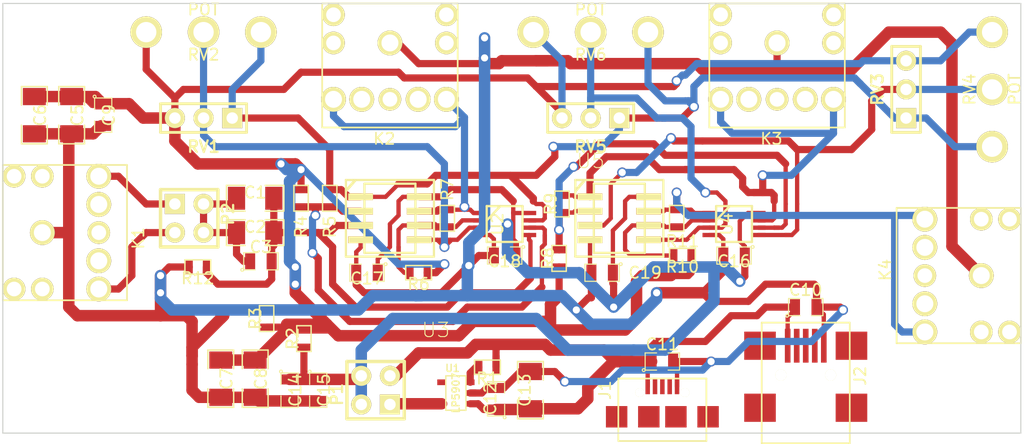
<source format=kicad_pcb>
(kicad_pcb (version 3) (host pcbnew "(2013-jul-07)-stable")

  (general
    (links 117)
    (no_connects 0)
    (area 0 0 0 0)
    (thickness 1.6)
    (drawings 4)
    (tracks 683)
    (zones 0)
    (modules 49)
    (nets 22)
  )

  (page A3)
  (layers
    (15 F.Cu signal)
    (0 B.Cu signal)
    (16 B.Adhes user)
    (17 F.Adhes user)
    (18 B.Paste user)
    (19 F.Paste user)
    (20 B.SilkS user)
    (21 F.SilkS user)
    (22 B.Mask user)
    (23 F.Mask user)
    (24 Dwgs.User user)
    (25 Cmts.User user)
    (26 Eco1.User user)
    (27 Eco2.User user)
    (28 Edge.Cuts user)
  )

  (setup
    (last_trace_width 0.635)
    (trace_clearance 0.24892)
    (zone_clearance 0.508)
    (zone_45_only no)
    (trace_min 0.254)
    (segment_width 0.2)
    (edge_width 0.1)
    (via_size 0.889)
    (via_drill 0.635)
    (via_min_size 0.889)
    (via_min_drill 0.508)
    (uvia_size 0.508)
    (uvia_drill 0.127)
    (uvias_allowed no)
    (uvia_min_size 0.508)
    (uvia_min_drill 0.127)
    (pcb_text_width 0.3)
    (pcb_text_size 1.5 1.5)
    (mod_edge_width 0.15)
    (mod_text_size 1 1)
    (mod_text_width 0.15)
    (pad_size 1.5 1.5)
    (pad_drill 0.6)
    (pad_to_mask_clearance 0)
    (aux_axis_origin 0 0)
    (visible_elements FFFFFFBF)
    (pcbplotparams
      (layerselection 3178497)
      (usegerberextensions true)
      (excludeedgelayer true)
      (linewidth 0.150000)
      (plotframeref false)
      (viasonmask false)
      (mode 1)
      (useauxorigin false)
      (hpglpennumber 1)
      (hpglpenspeed 20)
      (hpglpendiameter 15)
      (hpglpenoverlay 2)
      (psnegative false)
      (psa4output false)
      (plotreference true)
      (plotvalue true)
      (plotothertext true)
      (plotinvisibletext false)
      (padsonsilk false)
      (subtractmaskfromsilk false)
      (outputformat 1)
      (mirror false)
      (drillshape 1)
      (scaleselection 1)
      (outputdirectory ""))
  )

  (net 0 "")
  (net 1 /CENTERED_INPUT)
  (net 2 /ChA_IV)
  (net 3 /ChA_NI)
  (net 4 /ChA_Out)
  (net 5 /ChB_IV)
  (net 6 /ChB_NI)
  (net 7 /ChB_Out)
  (net 8 /ChC_IV)
  (net 9 /ChC_NI)
  (net 10 /ChC_Out)
  (net 11 /INPUT)
  (net 12 /INPUT_L)
  (net 13 /INPUT_R)
  (net 14 /Power/Filtered_Vcc)
  (net 15 /Power/USB_5V)
  (net 16 /Power/Vcc)
  (net 17 /PreA_IV)
  (net 18 /PreA_Out)
  (net 19 /VGND)
  (net 20 GND)
  (net 21 N-0000036)

  (net_class Default "This is the default net class."
    (clearance 0.24892)
    (trace_width 0.635)
    (via_dia 0.889)
    (via_drill 0.635)
    (uvia_dia 0.508)
    (uvia_drill 0.127)
    (add_net "")
    (add_net /CENTERED_INPUT)
    (add_net /ChA_IV)
    (add_net /ChA_NI)
    (add_net /ChA_Out)
    (add_net /ChB_IV)
    (add_net /ChB_NI)
    (add_net /ChB_Out)
    (add_net /ChC_IV)
    (add_net /ChC_NI)
    (add_net /ChC_Out)
    (add_net /INPUT)
    (add_net /INPUT_L)
    (add_net /INPUT_R)
    (add_net /Power/Filtered_Vcc)
    (add_net /Power/USB_5V)
    (add_net /Power/Vcc)
    (add_net /PreA_IV)
    (add_net /PreA_Out)
    (add_net /VGND)
    (add_net GND)
    (add_net N-0000036)
  )

  (module TRS3.5mm_f5p (layer F.Cu) (tedit 53DBDE5F) (tstamp 53DC828E)
    (at 76.2 129.54 270)
    (path /53DBDEC6)
    (fp_text reference K1 (at 0.5 -12 270) (layer F.SilkS)
      (effects (font (size 1 1) (thickness 0.15)))
    )
    (fp_text value CONN_5 (at 0 -1 270) (layer F.SilkS) hide
      (effects (font (size 1 1) (thickness 0.15)))
    )
    (fp_line (start 6 -11) (end -6 -11) (layer F.SilkS) (width 0.15))
    (fp_line (start -6 -11) (end -6 0) (layer F.SilkS) (width 0.15))
    (fp_line (start -6 0) (end 6 0) (layer F.SilkS) (width 0.15))
    (fp_line (start 6 0) (end 6 -11) (layer F.SilkS) (width 0.15))
    (pad "" thru_hole circle (at -5 -1 270) (size 2 2) (drill 1.3)
      (layers *.Cu *.Mask F.SilkS)
    )
    (pad "" thru_hole circle (at 5 -1 270) (size 2 2) (drill 1.3)
      (layers *.Cu *.Mask F.SilkS)
    )
    (pad "" thru_hole circle (at 5 -3.5 270) (size 2 2) (drill 1.3)
      (layers *.Cu *.Mask F.SilkS)
    )
    (pad "" thru_hole circle (at -5 -3.5 270) (size 2 2) (drill 1.3)
      (layers *.Cu *.Mask F.SilkS)
    )
    (pad 1 thru_hole circle (at 0 -3.5 270) (size 2.2 2.2) (drill 1.5)
      (layers *.Cu *.Mask F.SilkS)
      (net 20 GND)
    )
    (pad "" thru_hole circle (at 0 -8.5 270) (size 2 2) (drill 1.3)
      (layers *.Cu *.Mask F.SilkS)
    )
    (pad 4 thru_hole circle (at 2.5 -8.5 270) (size 2.2 2.2) (drill 1.5)
      (layers *.Cu *.Mask F.SilkS)
    )
    (pad 5 thru_hole circle (at 5 -8.5 270) (size 2.2 2.2) (drill 1.5)
      (layers *.Cu *.Mask F.SilkS)
      (net 13 /INPUT_R)
    )
    (pad 3 thru_hole circle (at -2.5 -8.5 270) (size 2.2 2.2) (drill 1.5)
      (layers *.Cu *.Mask F.SilkS)
    )
    (pad 2 thru_hole circle (at -5 -8.5 270) (size 2.2 2.2) (drill 1.5)
      (layers *.Cu *.Mask F.SilkS)
      (net 12 /INPUT_L)
    )
  )

  (module TRS3.5mm_f5p (layer F.Cu) (tedit 53DBDE5F) (tstamp 53DC82A0)
    (at 110.49 109.22 180)
    (path /53DC8330)
    (fp_text reference K2 (at 0.5 -12 180) (layer F.SilkS)
      (effects (font (size 1 1) (thickness 0.15)))
    )
    (fp_text value CONN_5 (at 0 -1 180) (layer F.SilkS) hide
      (effects (font (size 1 1) (thickness 0.15)))
    )
    (fp_line (start 6 -11) (end -6 -11) (layer F.SilkS) (width 0.15))
    (fp_line (start -6 -11) (end -6 0) (layer F.SilkS) (width 0.15))
    (fp_line (start -6 0) (end 6 0) (layer F.SilkS) (width 0.15))
    (fp_line (start 6 0) (end 6 -11) (layer F.SilkS) (width 0.15))
    (pad "" thru_hole circle (at -5 -1 180) (size 2 2) (drill 1.3)
      (layers *.Cu *.Mask F.SilkS)
    )
    (pad "" thru_hole circle (at 5 -1 180) (size 2 2) (drill 1.3)
      (layers *.Cu *.Mask F.SilkS)
    )
    (pad "" thru_hole circle (at 5 -3.5 180) (size 2 2) (drill 1.3)
      (layers *.Cu *.Mask F.SilkS)
    )
    (pad "" thru_hole circle (at -5 -3.5 180) (size 2 2) (drill 1.3)
      (layers *.Cu *.Mask F.SilkS)
    )
    (pad 1 thru_hole circle (at 0 -3.5 180) (size 2.2 2.2) (drill 1.5)
      (layers *.Cu *.Mask F.SilkS)
      (net 20 GND)
    )
    (pad "" thru_hole circle (at 0 -8.5 180) (size 2 2) (drill 1.3)
      (layers *.Cu *.Mask F.SilkS)
    )
    (pad 4 thru_hole circle (at 2.5 -8.5 180) (size 2.2 2.2) (drill 1.5)
      (layers *.Cu *.Mask F.SilkS)
    )
    (pad 5 thru_hole circle (at 5 -8.5 180) (size 2.2 2.2) (drill 1.5)
      (layers *.Cu *.Mask F.SilkS)
      (net 4 /ChA_Out)
    )
    (pad 3 thru_hole circle (at -2.5 -8.5 180) (size 2.2 2.2) (drill 1.5)
      (layers *.Cu *.Mask F.SilkS)
    )
    (pad 2 thru_hole circle (at -5 -8.5 180) (size 2.2 2.2) (drill 1.5)
      (layers *.Cu *.Mask F.SilkS)
      (net 4 /ChA_Out)
    )
  )

  (module TRS3.5mm_f5p (layer F.Cu) (tedit 53DBDE5F) (tstamp 53DC82B2)
    (at 144.78 109.22 180)
    (path /53DC84FF)
    (fp_text reference K3 (at 0.5 -12 180) (layer F.SilkS)
      (effects (font (size 1 1) (thickness 0.15)))
    )
    (fp_text value CONN_5 (at 0 -1 180) (layer F.SilkS) hide
      (effects (font (size 1 1) (thickness 0.15)))
    )
    (fp_line (start 6 -11) (end -6 -11) (layer F.SilkS) (width 0.15))
    (fp_line (start -6 -11) (end -6 0) (layer F.SilkS) (width 0.15))
    (fp_line (start -6 0) (end 6 0) (layer F.SilkS) (width 0.15))
    (fp_line (start 6 0) (end 6 -11) (layer F.SilkS) (width 0.15))
    (pad "" thru_hole circle (at -5 -1 180) (size 2 2) (drill 1.3)
      (layers *.Cu *.Mask F.SilkS)
    )
    (pad "" thru_hole circle (at 5 -1 180) (size 2 2) (drill 1.3)
      (layers *.Cu *.Mask F.SilkS)
    )
    (pad "" thru_hole circle (at 5 -3.5 180) (size 2 2) (drill 1.3)
      (layers *.Cu *.Mask F.SilkS)
    )
    (pad "" thru_hole circle (at -5 -3.5 180) (size 2 2) (drill 1.3)
      (layers *.Cu *.Mask F.SilkS)
    )
    (pad 1 thru_hole circle (at 0 -3.5 180) (size 2.2 2.2) (drill 1.5)
      (layers *.Cu *.Mask F.SilkS)
      (net 20 GND)
    )
    (pad "" thru_hole circle (at 0 -8.5 180) (size 2 2) (drill 1.3)
      (layers *.Cu *.Mask F.SilkS)
    )
    (pad 4 thru_hole circle (at 2.5 -8.5 180) (size 2.2 2.2) (drill 1.5)
      (layers *.Cu *.Mask F.SilkS)
    )
    (pad 5 thru_hole circle (at 5 -8.5 180) (size 2.2 2.2) (drill 1.5)
      (layers *.Cu *.Mask F.SilkS)
      (net 7 /ChB_Out)
    )
    (pad 3 thru_hole circle (at -2.5 -8.5 180) (size 2.2 2.2) (drill 1.5)
      (layers *.Cu *.Mask F.SilkS)
    )
    (pad 2 thru_hole circle (at -5 -8.5 180) (size 2.2 2.2) (drill 1.5)
      (layers *.Cu *.Mask F.SilkS)
      (net 7 /ChB_Out)
    )
  )

  (module TRS3.5mm_f5p (layer F.Cu) (tedit 53DBDE5F) (tstamp 53DC82C4)
    (at 166.37 133.35 90)
    (path /53DC850D)
    (fp_text reference K4 (at 0.5 -12 90) (layer F.SilkS)
      (effects (font (size 1 1) (thickness 0.15)))
    )
    (fp_text value CONN_5 (at 0 -1 90) (layer F.SilkS) hide
      (effects (font (size 1 1) (thickness 0.15)))
    )
    (fp_line (start 6 -11) (end -6 -11) (layer F.SilkS) (width 0.15))
    (fp_line (start -6 -11) (end -6 0) (layer F.SilkS) (width 0.15))
    (fp_line (start -6 0) (end 6 0) (layer F.SilkS) (width 0.15))
    (fp_line (start 6 0) (end 6 -11) (layer F.SilkS) (width 0.15))
    (pad "" thru_hole circle (at -5 -1 90) (size 2 2) (drill 1.3)
      (layers *.Cu *.Mask F.SilkS)
    )
    (pad "" thru_hole circle (at 5 -1 90) (size 2 2) (drill 1.3)
      (layers *.Cu *.Mask F.SilkS)
    )
    (pad "" thru_hole circle (at 5 -3.5 90) (size 2 2) (drill 1.3)
      (layers *.Cu *.Mask F.SilkS)
    )
    (pad "" thru_hole circle (at -5 -3.5 90) (size 2 2) (drill 1.3)
      (layers *.Cu *.Mask F.SilkS)
    )
    (pad 1 thru_hole circle (at 0 -3.5 90) (size 2.2 2.2) (drill 1.5)
      (layers *.Cu *.Mask F.SilkS)
      (net 20 GND)
    )
    (pad "" thru_hole circle (at 0 -8.5 90) (size 2 2) (drill 1.3)
      (layers *.Cu *.Mask F.SilkS)
    )
    (pad 4 thru_hole circle (at 2.5 -8.5 90) (size 2.2 2.2) (drill 1.5)
      (layers *.Cu *.Mask F.SilkS)
    )
    (pad 5 thru_hole circle (at 5 -8.5 90) (size 2.2 2.2) (drill 1.5)
      (layers *.Cu *.Mask F.SilkS)
      (net 10 /ChC_Out)
    )
    (pad 3 thru_hole circle (at -2.5 -8.5 90) (size 2.2 2.2) (drill 1.5)
      (layers *.Cu *.Mask F.SilkS)
    )
    (pad 2 thru_hole circle (at -5 -8.5 90) (size 2.2 2.2) (drill 1.5)
      (layers *.Cu *.Mask F.SilkS)
      (net 10 /ChC_Out)
    )
  )

  (module SOT23-5 (layer F.Cu) (tedit 4ECF78EF) (tstamp 53DC82D1)
    (at 116.332 143.764 90)
    (path /53DBB52A/53DBAFEE)
    (attr smd)
    (fp_text reference U1 (at 2.19964 -0.29972 180) (layer F.SilkS)
      (effects (font (size 0.635 0.635) (thickness 0.127)))
    )
    (fp_text value LP5907 (at 0 0 90) (layer F.SilkS)
      (effects (font (size 0.635 0.635) (thickness 0.127)))
    )
    (fp_line (start 1.524 -0.889) (end 1.524 0.889) (layer F.SilkS) (width 0.127))
    (fp_line (start 1.524 0.889) (end -1.524 0.889) (layer F.SilkS) (width 0.127))
    (fp_line (start -1.524 0.889) (end -1.524 -0.889) (layer F.SilkS) (width 0.127))
    (fp_line (start -1.524 -0.889) (end 1.524 -0.889) (layer F.SilkS) (width 0.127))
    (pad 1 smd rect (at -0.9525 1.27 90) (size 0.508 0.762)
      (layers F.Cu F.Paste F.Mask)
      (net 15 /Power/USB_5V)
    )
    (pad 3 smd rect (at 0.9525 1.27 90) (size 0.508 0.762)
      (layers F.Cu F.Paste F.Mask)
      (net 21 N-0000036)
    )
    (pad 5 smd rect (at -0.9525 -1.27 90) (size 0.508 0.762)
      (layers F.Cu F.Paste F.Mask)
      (net 14 /Power/Filtered_Vcc)
    )
    (pad 2 smd rect (at 0 1.27 90) (size 0.508 0.762)
      (layers F.Cu F.Paste F.Mask)
      (net 20 GND)
    )
    (pad 4 smd rect (at 0.9525 -1.27 90) (size 0.508 0.762)
      (layers F.Cu F.Paste F.Mask)
    )
    (model smd/SOT23_5.wrl
      (at (xyz 0 0 0))
      (scale (xyz 0.1 0.1 0.1))
      (rotate (xyz 0 0 0))
    )
  )

  (module SM1206-XLTXT (layer F.Cu) (tedit 532C109C) (tstamp 53DC82DD)
    (at 78.994 119.126 270)
    (path /53DBBE26)
    (attr smd)
    (fp_text reference C6 (at 0 -0.508 270) (layer F.SilkS)
      (effects (font (size 1.016 1.016) (thickness 0.1524)))
    )
    (fp_text value CAPAPOL (at 0 0.762 270) (layer F.SilkS) hide
      (effects (font (size 1.016 1.016) (thickness 0.1524)))
    )
    (fp_line (start -2.54 -1.143) (end -2.54 1.143) (layer F.SilkS) (width 0.127))
    (fp_line (start -2.54 1.143) (end -0.889 1.143) (layer F.SilkS) (width 0.127))
    (fp_line (start 0.889 -1.143) (end 2.54 -1.143) (layer F.SilkS) (width 0.127))
    (fp_line (start 2.54 -1.143) (end 2.54 1.143) (layer F.SilkS) (width 0.127))
    (fp_line (start 2.54 1.143) (end 0.889 1.143) (layer F.SilkS) (width 0.127))
    (fp_line (start -0.889 -1.143) (end -2.54 -1.143) (layer F.SilkS) (width 0.127))
    (pad 1 smd rect (at -1.651 0 270) (size 1.524 2.032)
      (layers F.Cu F.Paste F.Mask)
      (net 19 /VGND)
    )
    (pad 2 smd rect (at 1.651 0 270) (size 1.524 2.032)
      (layers F.Cu F.Paste F.Mask)
      (net 20 GND)
    )
    (model smd/chip_cms.wrl
      (at (xyz 0 0 0))
      (scale (xyz 0.17 0.16 0.16))
      (rotate (xyz 0 0 0))
    )
  )

  (module SM1206-XLTXT (layer F.Cu) (tedit 532C109C) (tstamp 53DC82E9)
    (at 98.552 126.492)
    (path /53DBB11C)
    (attr smd)
    (fp_text reference C1 (at 0 -0.508) (layer F.SilkS)
      (effects (font (size 1.016 1.016) (thickness 0.1524)))
    )
    (fp_text value C (at 0 0.762) (layer F.SilkS) hide
      (effects (font (size 1.016 1.016) (thickness 0.1524)))
    )
    (fp_line (start -2.54 -1.143) (end -2.54 1.143) (layer F.SilkS) (width 0.127))
    (fp_line (start -2.54 1.143) (end -0.889 1.143) (layer F.SilkS) (width 0.127))
    (fp_line (start 0.889 -1.143) (end 2.54 -1.143) (layer F.SilkS) (width 0.127))
    (fp_line (start 2.54 -1.143) (end 2.54 1.143) (layer F.SilkS) (width 0.127))
    (fp_line (start 2.54 1.143) (end 0.889 1.143) (layer F.SilkS) (width 0.127))
    (fp_line (start -0.889 -1.143) (end -2.54 -1.143) (layer F.SilkS) (width 0.127))
    (pad 1 smd rect (at -1.651 0) (size 1.524 2.032)
      (layers F.Cu F.Paste F.Mask)
      (net 11 /INPUT)
    )
    (pad 2 smd rect (at 1.651 0) (size 1.524 2.032)
      (layers F.Cu F.Paste F.Mask)
      (net 1 /CENTERED_INPUT)
    )
    (model smd/chip_cms.wrl
      (at (xyz 0 0 0))
      (scale (xyz 0.17 0.16 0.16))
      (rotate (xyz 0 0 0))
    )
  )

  (module SM1206-XLTXT (layer F.Cu) (tedit 532C109C) (tstamp 53DC830D)
    (at 122.936 143.51 90)
    (path /53DBB52A/53DCF18A)
    (attr smd)
    (fp_text reference C13 (at 0 -0.508 90) (layer F.SilkS)
      (effects (font (size 1.016 1.016) (thickness 0.1524)))
    )
    (fp_text value CAPAPOL (at 0 0.762 90) (layer F.SilkS) hide
      (effects (font (size 1.016 1.016) (thickness 0.1524)))
    )
    (fp_line (start -2.54 -1.143) (end -2.54 1.143) (layer F.SilkS) (width 0.127))
    (fp_line (start -2.54 1.143) (end -0.889 1.143) (layer F.SilkS) (width 0.127))
    (fp_line (start 0.889 -1.143) (end 2.54 -1.143) (layer F.SilkS) (width 0.127))
    (fp_line (start 2.54 -1.143) (end 2.54 1.143) (layer F.SilkS) (width 0.127))
    (fp_line (start 2.54 1.143) (end 0.889 1.143) (layer F.SilkS) (width 0.127))
    (fp_line (start -0.889 -1.143) (end -2.54 -1.143) (layer F.SilkS) (width 0.127))
    (pad 1 smd rect (at -1.651 0 90) (size 1.524 2.032)
      (layers F.Cu F.Paste F.Mask)
      (net 15 /Power/USB_5V)
    )
    (pad 2 smd rect (at 1.651 0 90) (size 1.524 2.032)
      (layers F.Cu F.Paste F.Mask)
      (net 20 GND)
    )
    (model smd/chip_cms.wrl
      (at (xyz 0 0 0))
      (scale (xyz 0.17 0.16 0.16))
      (rotate (xyz 0 0 0))
    )
  )

  (module SM1206-XLTXT (layer F.Cu) (tedit 532C109C) (tstamp 53DC8319)
    (at 82.296 119.126 270)
    (path /53DBBE35)
    (attr smd)
    (fp_text reference C5 (at 0 -0.508 270) (layer F.SilkS)
      (effects (font (size 1.016 1.016) (thickness 0.1524)))
    )
    (fp_text value CAPAPOL (at 0 0.762 270) (layer F.SilkS) hide
      (effects (font (size 1.016 1.016) (thickness 0.1524)))
    )
    (fp_line (start -2.54 -1.143) (end -2.54 1.143) (layer F.SilkS) (width 0.127))
    (fp_line (start -2.54 1.143) (end -0.889 1.143) (layer F.SilkS) (width 0.127))
    (fp_line (start 0.889 -1.143) (end 2.54 -1.143) (layer F.SilkS) (width 0.127))
    (fp_line (start 2.54 -1.143) (end 2.54 1.143) (layer F.SilkS) (width 0.127))
    (fp_line (start 2.54 1.143) (end 0.889 1.143) (layer F.SilkS) (width 0.127))
    (fp_line (start -0.889 -1.143) (end -2.54 -1.143) (layer F.SilkS) (width 0.127))
    (pad 1 smd rect (at -1.651 0 270) (size 1.524 2.032)
      (layers F.Cu F.Paste F.Mask)
      (net 19 /VGND)
    )
    (pad 2 smd rect (at 1.651 0 270) (size 1.524 2.032)
      (layers F.Cu F.Paste F.Mask)
      (net 20 GND)
    )
    (model smd/chip_cms.wrl
      (at (xyz 0 0 0))
      (scale (xyz 0.17 0.16 0.16))
      (rotate (xyz 0 0 0))
    )
  )

  (module SM1206-XLTXT (layer F.Cu) (tedit 532C109C) (tstamp 53DC8325)
    (at 95.504 142.494 270)
    (path /53DBBE17)
    (attr smd)
    (fp_text reference C7 (at 0 -0.508 270) (layer F.SilkS)
      (effects (font (size 1.016 1.016) (thickness 0.1524)))
    )
    (fp_text value CAPAPOL (at 0 0.762 270) (layer F.SilkS) hide
      (effects (font (size 1.016 1.016) (thickness 0.1524)))
    )
    (fp_line (start -2.54 -1.143) (end -2.54 1.143) (layer F.SilkS) (width 0.127))
    (fp_line (start -2.54 1.143) (end -0.889 1.143) (layer F.SilkS) (width 0.127))
    (fp_line (start 0.889 -1.143) (end 2.54 -1.143) (layer F.SilkS) (width 0.127))
    (fp_line (start 2.54 -1.143) (end 2.54 1.143) (layer F.SilkS) (width 0.127))
    (fp_line (start 2.54 1.143) (end 0.889 1.143) (layer F.SilkS) (width 0.127))
    (fp_line (start -0.889 -1.143) (end -2.54 -1.143) (layer F.SilkS) (width 0.127))
    (pad 1 smd rect (at -1.651 0 270) (size 1.524 2.032)
      (layers F.Cu F.Paste F.Mask)
      (net 19 /VGND)
    )
    (pad 2 smd rect (at 1.651 0 270) (size 1.524 2.032)
      (layers F.Cu F.Paste F.Mask)
      (net 20 GND)
    )
    (model smd/chip_cms.wrl
      (at (xyz 0 0 0))
      (scale (xyz 0.17 0.16 0.16))
      (rotate (xyz 0 0 0))
    )
  )

  (module SM1206-XLTXT (layer F.Cu) (tedit 532C109C) (tstamp 53DC8331)
    (at 98.552 142.494 270)
    (path /53DBBE08)
    (attr smd)
    (fp_text reference C8 (at 0 -0.508 270) (layer F.SilkS)
      (effects (font (size 1.016 1.016) (thickness 0.1524)))
    )
    (fp_text value CAPAPOL (at 0 0.762 270) (layer F.SilkS) hide
      (effects (font (size 1.016 1.016) (thickness 0.1524)))
    )
    (fp_line (start -2.54 -1.143) (end -2.54 1.143) (layer F.SilkS) (width 0.127))
    (fp_line (start -2.54 1.143) (end -0.889 1.143) (layer F.SilkS) (width 0.127))
    (fp_line (start 0.889 -1.143) (end 2.54 -1.143) (layer F.SilkS) (width 0.127))
    (fp_line (start 2.54 -1.143) (end 2.54 1.143) (layer F.SilkS) (width 0.127))
    (fp_line (start 2.54 1.143) (end 0.889 1.143) (layer F.SilkS) (width 0.127))
    (fp_line (start -0.889 -1.143) (end -2.54 -1.143) (layer F.SilkS) (width 0.127))
    (pad 1 smd rect (at -1.651 0 270) (size 1.524 2.032)
      (layers F.Cu F.Paste F.Mask)
      (net 19 /VGND)
    )
    (pad 2 smd rect (at 1.651 0 270) (size 1.524 2.032)
      (layers F.Cu F.Paste F.Mask)
      (net 20 GND)
    )
    (model smd/chip_cms.wrl
      (at (xyz 0 0 0))
      (scale (xyz 0.17 0.16 0.16))
      (rotate (xyz 0 0 0))
    )
  )

  (module SM1206-XLTXT (layer F.Cu) (tedit 532C109C) (tstamp 53DC833D)
    (at 98.552 129.54)
    (path /53DBB4C0)
    (attr smd)
    (fp_text reference C2 (at 0 -0.508) (layer F.SilkS)
      (effects (font (size 1.016 1.016) (thickness 0.1524)))
    )
    (fp_text value C (at 0 0.762) (layer F.SilkS) hide
      (effects (font (size 1.016 1.016) (thickness 0.1524)))
    )
    (fp_line (start -2.54 -1.143) (end -2.54 1.143) (layer F.SilkS) (width 0.127))
    (fp_line (start -2.54 1.143) (end -0.889 1.143) (layer F.SilkS) (width 0.127))
    (fp_line (start 0.889 -1.143) (end 2.54 -1.143) (layer F.SilkS) (width 0.127))
    (fp_line (start 2.54 -1.143) (end 2.54 1.143) (layer F.SilkS) (width 0.127))
    (fp_line (start 2.54 1.143) (end 0.889 1.143) (layer F.SilkS) (width 0.127))
    (fp_line (start -0.889 -1.143) (end -2.54 -1.143) (layer F.SilkS) (width 0.127))
    (pad 1 smd rect (at -1.651 0) (size 1.524 2.032)
      (layers F.Cu F.Paste F.Mask)
      (net 11 /INPUT)
    )
    (pad 2 smd rect (at 1.651 0) (size 1.524 2.032)
      (layers F.Cu F.Paste F.Mask)
      (net 1 /CENTERED_INPUT)
    )
    (model smd/chip_cms.wrl
      (at (xyz 0 0 0))
      (scale (xyz 0.17 0.16 0.16))
      (rotate (xyz 0 0 0))
    )
  )

  (module SM0805-XLTXT (layer F.Cu) (tedit 53D0D4D1) (tstamp 53DC834A)
    (at 85.09 119.126 270)
    (path /53DBBDF3)
    (attr smd)
    (fp_text reference C9 (at 0 -0.508 270) (layer F.SilkS)
      (effects (font (size 1.016 1.016) (thickness 0.1524)))
    )
    (fp_text value CAPAPOL (at 0 0.762 270) (layer F.SilkS) hide
      (effects (font (size 1.016 1.016) (thickness 0.1524)))
    )
    (fp_circle (center -1.651 0.762) (end -1.651 0.635) (layer F.SilkS) (width 0.09906))
    (fp_line (start -0.508 0.762) (end -1.524 0.762) (layer F.SilkS) (width 0.09906))
    (fp_line (start -1.524 0.762) (end -1.524 -0.762) (layer F.SilkS) (width 0.09906))
    (fp_line (start -1.524 -0.762) (end -0.508 -0.762) (layer F.SilkS) (width 0.09906))
    (fp_line (start 0.508 -0.762) (end 1.524 -0.762) (layer F.SilkS) (width 0.09906))
    (fp_line (start 1.524 -0.762) (end 1.524 0.762) (layer F.SilkS) (width 0.09906))
    (fp_line (start 1.524 0.762) (end 0.508 0.762) (layer F.SilkS) (width 0.09906))
    (pad 1 smd rect (at -0.9525 0 270) (size 0.889 1.397)
      (layers F.Cu F.Paste F.Mask)
      (net 19 /VGND)
    )
    (pad 2 smd rect (at 0.9525 0 270) (size 0.889 1.397)
      (layers F.Cu F.Paste F.Mask)
      (net 20 GND)
    )
    (model smd/chip_cms.wrl
      (at (xyz 0 0 0))
      (scale (xyz 0.1 0.1 0.1))
      (rotate (xyz 0 0 0))
    )
  )

  (module SM0805-XLTXT (layer F.Cu) (tedit 53D0D4D1) (tstamp 53DC8357)
    (at 119.888 144.272 90)
    (path /53DBB52A/53DBD718)
    (attr smd)
    (fp_text reference C12 (at 0 -0.508 90) (layer F.SilkS)
      (effects (font (size 1.016 1.016) (thickness 0.1524)))
    )
    (fp_text value CAPAPOL (at 0 0.762 90) (layer F.SilkS) hide
      (effects (font (size 1.016 1.016) (thickness 0.1524)))
    )
    (fp_circle (center -1.651 0.762) (end -1.651 0.635) (layer F.SilkS) (width 0.09906))
    (fp_line (start -0.508 0.762) (end -1.524 0.762) (layer F.SilkS) (width 0.09906))
    (fp_line (start -1.524 0.762) (end -1.524 -0.762) (layer F.SilkS) (width 0.09906))
    (fp_line (start -1.524 -0.762) (end -0.508 -0.762) (layer F.SilkS) (width 0.09906))
    (fp_line (start 0.508 -0.762) (end 1.524 -0.762) (layer F.SilkS) (width 0.09906))
    (fp_line (start 1.524 -0.762) (end 1.524 0.762) (layer F.SilkS) (width 0.09906))
    (fp_line (start 1.524 0.762) (end 0.508 0.762) (layer F.SilkS) (width 0.09906))
    (pad 1 smd rect (at -0.9525 0 90) (size 0.889 1.397)
      (layers F.Cu F.Paste F.Mask)
      (net 15 /Power/USB_5V)
    )
    (pad 2 smd rect (at 0.9525 0 90) (size 0.889 1.397)
      (layers F.Cu F.Paste F.Mask)
      (net 20 GND)
    )
    (model smd/chip_cms.wrl
      (at (xyz 0 0 0))
      (scale (xyz 0.1 0.1 0.1))
      (rotate (xyz 0 0 0))
    )
  )

  (module SM0805-XLTXT (layer F.Cu) (tedit 53D0D4D1) (tstamp 53DC8364)
    (at 101.6 143.51 270)
    (path /53DBB52A/53DBD7C1)
    (attr smd)
    (fp_text reference C14 (at 0 -0.508 270) (layer F.SilkS)
      (effects (font (size 1.016 1.016) (thickness 0.1524)))
    )
    (fp_text value CAPAPOL (at 0 0.762 270) (layer F.SilkS) hide
      (effects (font (size 1.016 1.016) (thickness 0.1524)))
    )
    (fp_circle (center -1.651 0.762) (end -1.651 0.635) (layer F.SilkS) (width 0.09906))
    (fp_line (start -0.508 0.762) (end -1.524 0.762) (layer F.SilkS) (width 0.09906))
    (fp_line (start -1.524 0.762) (end -1.524 -0.762) (layer F.SilkS) (width 0.09906))
    (fp_line (start -1.524 -0.762) (end -0.508 -0.762) (layer F.SilkS) (width 0.09906))
    (fp_line (start 0.508 -0.762) (end 1.524 -0.762) (layer F.SilkS) (width 0.09906))
    (fp_line (start 1.524 -0.762) (end 1.524 0.762) (layer F.SilkS) (width 0.09906))
    (fp_line (start 1.524 0.762) (end 0.508 0.762) (layer F.SilkS) (width 0.09906))
    (pad 1 smd rect (at -0.9525 0 270) (size 0.889 1.397)
      (layers F.Cu F.Paste F.Mask)
      (net 16 /Power/Vcc)
    )
    (pad 2 smd rect (at 0.9525 0 270) (size 0.889 1.397)
      (layers F.Cu F.Paste F.Mask)
      (net 20 GND)
    )
    (model smd/chip_cms.wrl
      (at (xyz 0 0 0))
      (scale (xyz 0.1 0.1 0.1))
      (rotate (xyz 0 0 0))
    )
  )

  (module SM0805-XLTXT (layer F.Cu) (tedit 53D0D4D1) (tstamp 53DC8371)
    (at 104.14 143.51 270)
    (path /53DBB52A/53DBD7C7)
    (attr smd)
    (fp_text reference C15 (at 0 -0.508 270) (layer F.SilkS)
      (effects (font (size 1.016 1.016) (thickness 0.1524)))
    )
    (fp_text value CAPAPOL (at 0 0.762 270) (layer F.SilkS) hide
      (effects (font (size 1.016 1.016) (thickness 0.1524)))
    )
    (fp_circle (center -1.651 0.762) (end -1.651 0.635) (layer F.SilkS) (width 0.09906))
    (fp_line (start -0.508 0.762) (end -1.524 0.762) (layer F.SilkS) (width 0.09906))
    (fp_line (start -1.524 0.762) (end -1.524 -0.762) (layer F.SilkS) (width 0.09906))
    (fp_line (start -1.524 -0.762) (end -0.508 -0.762) (layer F.SilkS) (width 0.09906))
    (fp_line (start 0.508 -0.762) (end 1.524 -0.762) (layer F.SilkS) (width 0.09906))
    (fp_line (start 1.524 -0.762) (end 1.524 0.762) (layer F.SilkS) (width 0.09906))
    (fp_line (start 1.524 0.762) (end 0.508 0.762) (layer F.SilkS) (width 0.09906))
    (pad 1 smd rect (at -0.9525 0 270) (size 0.889 1.397)
      (layers F.Cu F.Paste F.Mask)
      (net 16 /Power/Vcc)
    )
    (pad 2 smd rect (at 0.9525 0 270) (size 0.889 1.397)
      (layers F.Cu F.Paste F.Mask)
      (net 20 GND)
    )
    (model smd/chip_cms.wrl
      (at (xyz 0 0 0))
      (scale (xyz 0.1 0.1 0.1))
      (rotate (xyz 0 0 0))
    )
  )

  (module SM0805-XLTXT (layer F.Cu) (tedit 53D0D4D1) (tstamp 53DC837E)
    (at 140.97 131.572 180)
    (path /53DBB52A/53DBD7E4)
    (attr smd)
    (fp_text reference C16 (at 0 -0.508 180) (layer F.SilkS)
      (effects (font (size 1.016 1.016) (thickness 0.1524)))
    )
    (fp_text value CAPAPOL (at 0 0.762 180) (layer F.SilkS) hide
      (effects (font (size 1.016 1.016) (thickness 0.1524)))
    )
    (fp_circle (center -1.651 0.762) (end -1.651 0.635) (layer F.SilkS) (width 0.09906))
    (fp_line (start -0.508 0.762) (end -1.524 0.762) (layer F.SilkS) (width 0.09906))
    (fp_line (start -1.524 0.762) (end -1.524 -0.762) (layer F.SilkS) (width 0.09906))
    (fp_line (start -1.524 -0.762) (end -0.508 -0.762) (layer F.SilkS) (width 0.09906))
    (fp_line (start 0.508 -0.762) (end 1.524 -0.762) (layer F.SilkS) (width 0.09906))
    (fp_line (start 1.524 -0.762) (end 1.524 0.762) (layer F.SilkS) (width 0.09906))
    (fp_line (start 1.524 0.762) (end 0.508 0.762) (layer F.SilkS) (width 0.09906))
    (pad 1 smd rect (at -0.9525 0 180) (size 0.889 1.397)
      (layers F.Cu F.Paste F.Mask)
      (net 16 /Power/Vcc)
    )
    (pad 2 smd rect (at 0.9525 0 180) (size 0.889 1.397)
      (layers F.Cu F.Paste F.Mask)
      (net 20 GND)
    )
    (model smd/chip_cms.wrl
      (at (xyz 0 0 0))
      (scale (xyz 0.1 0.1 0.1))
      (rotate (xyz 0 0 0))
    )
  )

  (module SM0805-XLTXT (layer F.Cu) (tedit 53D0D4D1) (tstamp 53DC838B)
    (at 108.458 133.096 180)
    (path /53DBB52A/53DBD7F3)
    (attr smd)
    (fp_text reference C17 (at 0 -0.508 180) (layer F.SilkS)
      (effects (font (size 1.016 1.016) (thickness 0.1524)))
    )
    (fp_text value CAPAPOL (at 0 0.762 180) (layer F.SilkS) hide
      (effects (font (size 1.016 1.016) (thickness 0.1524)))
    )
    (fp_circle (center -1.651 0.762) (end -1.651 0.635) (layer F.SilkS) (width 0.09906))
    (fp_line (start -0.508 0.762) (end -1.524 0.762) (layer F.SilkS) (width 0.09906))
    (fp_line (start -1.524 0.762) (end -1.524 -0.762) (layer F.SilkS) (width 0.09906))
    (fp_line (start -1.524 -0.762) (end -0.508 -0.762) (layer F.SilkS) (width 0.09906))
    (fp_line (start 0.508 -0.762) (end 1.524 -0.762) (layer F.SilkS) (width 0.09906))
    (fp_line (start 1.524 -0.762) (end 1.524 0.762) (layer F.SilkS) (width 0.09906))
    (fp_line (start 1.524 0.762) (end 0.508 0.762) (layer F.SilkS) (width 0.09906))
    (pad 1 smd rect (at -0.9525 0 180) (size 0.889 1.397)
      (layers F.Cu F.Paste F.Mask)
      (net 16 /Power/Vcc)
    )
    (pad 2 smd rect (at 0.9525 0 180) (size 0.889 1.397)
      (layers F.Cu F.Paste F.Mask)
      (net 20 GND)
    )
    (model smd/chip_cms.wrl
      (at (xyz 0 0 0))
      (scale (xyz 0.1 0.1 0.1))
      (rotate (xyz 0 0 0))
    )
  )

  (module SM0805-XLTXT (layer F.Cu) (tedit 53D0D4D1) (tstamp 53DC8398)
    (at 120.65 131.572 180)
    (path /53DBB52A/53DBD802)
    (attr smd)
    (fp_text reference C18 (at 0 -0.508 180) (layer F.SilkS)
      (effects (font (size 1.016 1.016) (thickness 0.1524)))
    )
    (fp_text value CAPAPOL (at 0 0.762 180) (layer F.SilkS) hide
      (effects (font (size 1.016 1.016) (thickness 0.1524)))
    )
    (fp_circle (center -1.651 0.762) (end -1.651 0.635) (layer F.SilkS) (width 0.09906))
    (fp_line (start -0.508 0.762) (end -1.524 0.762) (layer F.SilkS) (width 0.09906))
    (fp_line (start -1.524 0.762) (end -1.524 -0.762) (layer F.SilkS) (width 0.09906))
    (fp_line (start -1.524 -0.762) (end -0.508 -0.762) (layer F.SilkS) (width 0.09906))
    (fp_line (start 0.508 -0.762) (end 1.524 -0.762) (layer F.SilkS) (width 0.09906))
    (fp_line (start 1.524 -0.762) (end 1.524 0.762) (layer F.SilkS) (width 0.09906))
    (fp_line (start 1.524 0.762) (end 0.508 0.762) (layer F.SilkS) (width 0.09906))
    (pad 1 smd rect (at -0.9525 0 180) (size 0.889 1.397)
      (layers F.Cu F.Paste F.Mask)
      (net 16 /Power/Vcc)
    )
    (pad 2 smd rect (at 0.9525 0 180) (size 0.889 1.397)
      (layers F.Cu F.Paste F.Mask)
      (net 20 GND)
    )
    (model smd/chip_cms.wrl
      (at (xyz 0 0 0))
      (scale (xyz 0.1 0.1 0.1))
      (rotate (xyz 0 0 0))
    )
  )

  (module SM0805-XLTXT (layer F.Cu) (tedit 53DCB033) (tstamp 53DC83A5)
    (at 129.286 133.096 180)
    (path /53DBB52A/53DBD811)
    (attr smd)
    (fp_text reference C19 (at -3.81 0 180) (layer F.SilkS)
      (effects (font (size 1.016 1.016) (thickness 0.1524)))
    )
    (fp_text value CAPAPOL (at 0 0.762 180) (layer F.SilkS) hide
      (effects (font (size 1.016 1.016) (thickness 0.1524)))
    )
    (fp_circle (center -1.651 0.762) (end -1.651 0.635) (layer F.SilkS) (width 0.09906))
    (fp_line (start -0.508 0.762) (end -1.524 0.762) (layer F.SilkS) (width 0.09906))
    (fp_line (start -1.524 0.762) (end -1.524 -0.762) (layer F.SilkS) (width 0.09906))
    (fp_line (start -1.524 -0.762) (end -0.508 -0.762) (layer F.SilkS) (width 0.09906))
    (fp_line (start 0.508 -0.762) (end 1.524 -0.762) (layer F.SilkS) (width 0.09906))
    (fp_line (start 1.524 -0.762) (end 1.524 0.762) (layer F.SilkS) (width 0.09906))
    (fp_line (start 1.524 0.762) (end 0.508 0.762) (layer F.SilkS) (width 0.09906))
    (pad 1 smd rect (at -0.9525 0 180) (size 0.889 1.397)
      (layers F.Cu F.Paste F.Mask)
      (net 16 /Power/Vcc)
    )
    (pad 2 smd rect (at 0.9525 0 180) (size 0.889 1.397)
      (layers F.Cu F.Paste F.Mask)
      (net 20 GND)
    )
    (model smd/chip_cms.wrl
      (at (xyz 0 0 0))
      (scale (xyz 0.1 0.1 0.1))
      (rotate (xyz 0 0 0))
    )
  )

  (module SM0805-XLTXT (layer F.Cu) (tedit 53DC865F) (tstamp 53DC83B2)
    (at 99.06 132.08)
    (path /53DBB4D1)
    (attr smd)
    (fp_text reference C3 (at 0 -1.27) (layer F.SilkS)
      (effects (font (size 1.016 1.016) (thickness 0.1524)))
    )
    (fp_text value C (at 0 0.762) (layer F.SilkS) hide
      (effects (font (size 1.016 1.016) (thickness 0.1524)))
    )
    (fp_circle (center -1.651 0.762) (end -1.651 0.635) (layer F.SilkS) (width 0.09906))
    (fp_line (start -0.508 0.762) (end -1.524 0.762) (layer F.SilkS) (width 0.09906))
    (fp_line (start -1.524 0.762) (end -1.524 -0.762) (layer F.SilkS) (width 0.09906))
    (fp_line (start -1.524 -0.762) (end -0.508 -0.762) (layer F.SilkS) (width 0.09906))
    (fp_line (start 0.508 -0.762) (end 1.524 -0.762) (layer F.SilkS) (width 0.09906))
    (fp_line (start 1.524 -0.762) (end 1.524 0.762) (layer F.SilkS) (width 0.09906))
    (fp_line (start 1.524 0.762) (end 0.508 0.762) (layer F.SilkS) (width 0.09906))
    (pad 1 smd rect (at -0.9525 0) (size 0.889 1.397)
      (layers F.Cu F.Paste F.Mask)
      (net 11 /INPUT)
    )
    (pad 2 smd rect (at 0.9525 0) (size 0.889 1.397)
      (layers F.Cu F.Paste F.Mask)
      (net 1 /CENTERED_INPUT)
    )
    (model smd/chip_cms.wrl
      (at (xyz 0 0 0))
      (scale (xyz 0.1 0.1 0.1))
      (rotate (xyz 0 0 0))
    )
  )

  (module SM0603-XLTXT (layer F.Cu) (tedit 53DCE042) (tstamp 53DC83BC)
    (at 135.89 128.27 90)
    (path /53DBCBFA)
    (attr smd)
    (fp_text reference R11 (at -2.032 0.508 180) (layer F.SilkS)
      (effects (font (size 1.016 1.016) (thickness 0.1524)))
    )
    (fp_text value R (at 0 1 90) (layer F.SilkS) hide
      (effects (font (size 1.016 1.016) (thickness 0.1524)))
    )
    (fp_line (start -1.143 -0.635) (end 1.143 -0.635) (layer F.SilkS) (width 0.127))
    (fp_line (start 1.143 -0.635) (end 1.143 0.635) (layer F.SilkS) (width 0.127))
    (fp_line (start 1.143 0.635) (end -1.143 0.635) (layer F.SilkS) (width 0.127))
    (fp_line (start -1.143 0.635) (end -1.143 -0.635) (layer F.SilkS) (width 0.127))
    (pad 1 smd rect (at -0.762 0 90) (size 0.635 1.143)
      (layers F.Cu F.Paste F.Mask)
      (net 8 /ChC_IV)
    )
    (pad 2 smd rect (at 0.762 0 90) (size 0.635 1.143)
      (layers F.Cu F.Paste F.Mask)
      (net 10 /ChC_Out)
    )
    (model smd\resistors\R0603.wrl
      (at (xyz 0 0 0.001))
      (scale (xyz 0.5 0.5 0.5))
      (rotate (xyz 0 0 0))
    )
  )

  (module SM0603-XLTXT (layer F.Cu) (tedit 53D0D4B3) (tstamp 53DC83C6)
    (at 119.126 141.478 180)
    (path /53DBB52A/53DBAFFD)
    (attr smd)
    (fp_text reference R1 (at 0 -1 180) (layer F.SilkS)
      (effects (font (size 1.016 1.016) (thickness 0.1524)))
    )
    (fp_text value R (at 0 1 180) (layer F.SilkS) hide
      (effects (font (size 1.016 1.016) (thickness 0.1524)))
    )
    (fp_line (start -1.143 -0.635) (end 1.143 -0.635) (layer F.SilkS) (width 0.127))
    (fp_line (start 1.143 -0.635) (end 1.143 0.635) (layer F.SilkS) (width 0.127))
    (fp_line (start 1.143 0.635) (end -1.143 0.635) (layer F.SilkS) (width 0.127))
    (fp_line (start -1.143 0.635) (end -1.143 -0.635) (layer F.SilkS) (width 0.127))
    (pad 1 smd rect (at -0.762 0 180) (size 0.635 1.143)
      (layers F.Cu F.Paste F.Mask)
      (net 15 /Power/USB_5V)
    )
    (pad 2 smd rect (at 0.762 0 180) (size 0.635 1.143)
      (layers F.Cu F.Paste F.Mask)
      (net 21 N-0000036)
    )
    (model smd\resistors\R0603.wrl
      (at (xyz 0 0 0.001))
      (scale (xyz 0.5 0.5 0.5))
      (rotate (xyz 0 0 0))
    )
  )

  (module SM0603-XLTXT (layer F.Cu) (tedit 53DC9B2F) (tstamp 53DC83D0)
    (at 102.616 126.492 270)
    (path /53DBB7A7)
    (attr smd)
    (fp_text reference R4 (at 2.54 0 270) (layer F.SilkS)
      (effects (font (size 1.016 1.016) (thickness 0.1524)))
    )
    (fp_text value R (at 0 1 270) (layer F.SilkS) hide
      (effects (font (size 1.016 1.016) (thickness 0.1524)))
    )
    (fp_line (start -1.143 -0.635) (end 1.143 -0.635) (layer F.SilkS) (width 0.127))
    (fp_line (start 1.143 -0.635) (end 1.143 0.635) (layer F.SilkS) (width 0.127))
    (fp_line (start 1.143 0.635) (end -1.143 0.635) (layer F.SilkS) (width 0.127))
    (fp_line (start -1.143 0.635) (end -1.143 -0.635) (layer F.SilkS) (width 0.127))
    (pad 1 smd rect (at -0.762 0 270) (size 0.635 1.143)
      (layers F.Cu F.Paste F.Mask)
      (net 19 /VGND)
    )
    (pad 2 smd rect (at 0.762 0 270) (size 0.635 1.143)
      (layers F.Cu F.Paste F.Mask)
      (net 17 /PreA_IV)
    )
    (model smd\resistors\R0603.wrl
      (at (xyz 0 0 0.001))
      (scale (xyz 0.5 0.5 0.5))
      (rotate (xyz 0 0 0))
    )
  )

  (module SM0603-XLTXT (layer F.Cu) (tedit 53DC9B2C) (tstamp 53DC83DA)
    (at 105.156 126.492 90)
    (path /53DBB7F1)
    (attr smd)
    (fp_text reference R5 (at -2.54 0 90) (layer F.SilkS)
      (effects (font (size 1.016 1.016) (thickness 0.1524)))
    )
    (fp_text value R (at 0 1 90) (layer F.SilkS) hide
      (effects (font (size 1.016 1.016) (thickness 0.1524)))
    )
    (fp_line (start -1.143 -0.635) (end 1.143 -0.635) (layer F.SilkS) (width 0.127))
    (fp_line (start 1.143 -0.635) (end 1.143 0.635) (layer F.SilkS) (width 0.127))
    (fp_line (start 1.143 0.635) (end -1.143 0.635) (layer F.SilkS) (width 0.127))
    (fp_line (start -1.143 0.635) (end -1.143 -0.635) (layer F.SilkS) (width 0.127))
    (pad 1 smd rect (at -0.762 0 90) (size 0.635 1.143)
      (layers F.Cu F.Paste F.Mask)
      (net 17 /PreA_IV)
    )
    (pad 2 smd rect (at 0.762 0 90) (size 0.635 1.143)
      (layers F.Cu F.Paste F.Mask)
      (net 18 /PreA_Out)
    )
    (model smd\resistors\R0603.wrl
      (at (xyz 0 0 0.001))
      (scale (xyz 0.5 0.5 0.5))
      (rotate (xyz 0 0 0))
    )
  )

  (module SM0603-XLTXT (layer F.Cu) (tedit 53D0D4B3) (tstamp 53DC83E4)
    (at 102.87 138.938 90)
    (path /53DBBD16)
    (attr smd)
    (fp_text reference R2 (at 0 -1 90) (layer F.SilkS)
      (effects (font (size 1.016 1.016) (thickness 0.1524)))
    )
    (fp_text value R (at 0 1 90) (layer F.SilkS) hide
      (effects (font (size 1.016 1.016) (thickness 0.1524)))
    )
    (fp_line (start -1.143 -0.635) (end 1.143 -0.635) (layer F.SilkS) (width 0.127))
    (fp_line (start 1.143 -0.635) (end 1.143 0.635) (layer F.SilkS) (width 0.127))
    (fp_line (start 1.143 0.635) (end -1.143 0.635) (layer F.SilkS) (width 0.127))
    (fp_line (start -1.143 0.635) (end -1.143 -0.635) (layer F.SilkS) (width 0.127))
    (pad 1 smd rect (at -0.762 0 90) (size 0.635 1.143)
      (layers F.Cu F.Paste F.Mask)
      (net 16 /Power/Vcc)
    )
    (pad 2 smd rect (at 0.762 0 90) (size 0.635 1.143)
      (layers F.Cu F.Paste F.Mask)
      (net 19 /VGND)
    )
    (model smd\resistors\R0603.wrl
      (at (xyz 0 0 0.001))
      (scale (xyz 0.5 0.5 0.5))
      (rotate (xyz 0 0 0))
    )
  )

  (module SM0603-XLTXT (layer F.Cu) (tedit 53D0D4B3) (tstamp 53DC83EE)
    (at 136.398 131.572 180)
    (path /53DBCBF4)
    (attr smd)
    (fp_text reference R10 (at 0 -1 180) (layer F.SilkS)
      (effects (font (size 1.016 1.016) (thickness 0.1524)))
    )
    (fp_text value R (at 0 1 180) (layer F.SilkS) hide
      (effects (font (size 1.016 1.016) (thickness 0.1524)))
    )
    (fp_line (start -1.143 -0.635) (end 1.143 -0.635) (layer F.SilkS) (width 0.127))
    (fp_line (start 1.143 -0.635) (end 1.143 0.635) (layer F.SilkS) (width 0.127))
    (fp_line (start 1.143 0.635) (end -1.143 0.635) (layer F.SilkS) (width 0.127))
    (fp_line (start -1.143 0.635) (end -1.143 -0.635) (layer F.SilkS) (width 0.127))
    (pad 1 smd rect (at -0.762 0 180) (size 0.635 1.143)
      (layers F.Cu F.Paste F.Mask)
      (net 19 /VGND)
    )
    (pad 2 smd rect (at 0.762 0 180) (size 0.635 1.143)
      (layers F.Cu F.Paste F.Mask)
      (net 8 /ChC_IV)
    )
    (model smd\resistors\R0603.wrl
      (at (xyz 0 0 0.001))
      (scale (xyz 0.5 0.5 0.5))
      (rotate (xyz 0 0 0))
    )
  )

  (module SM0603-XLTXT (layer F.Cu) (tedit 53D0D4B3) (tstamp 53DC83F8)
    (at 99.568 137.16 90)
    (path /53DBBD25)
    (attr smd)
    (fp_text reference R3 (at 0 -1 90) (layer F.SilkS)
      (effects (font (size 1.016 1.016) (thickness 0.1524)))
    )
    (fp_text value R (at 0 1 90) (layer F.SilkS) hide
      (effects (font (size 1.016 1.016) (thickness 0.1524)))
    )
    (fp_line (start -1.143 -0.635) (end 1.143 -0.635) (layer F.SilkS) (width 0.127))
    (fp_line (start 1.143 -0.635) (end 1.143 0.635) (layer F.SilkS) (width 0.127))
    (fp_line (start 1.143 0.635) (end -1.143 0.635) (layer F.SilkS) (width 0.127))
    (fp_line (start -1.143 0.635) (end -1.143 -0.635) (layer F.SilkS) (width 0.127))
    (pad 1 smd rect (at -0.762 0 90) (size 0.635 1.143)
      (layers F.Cu F.Paste F.Mask)
      (net 19 /VGND)
    )
    (pad 2 smd rect (at 0.762 0 90) (size 0.635 1.143)
      (layers F.Cu F.Paste F.Mask)
      (net 20 GND)
    )
    (model smd\resistors\R0603.wrl
      (at (xyz 0 0 0.001))
      (scale (xyz 0.5 0.5 0.5))
      (rotate (xyz 0 0 0))
    )
  )

  (module SM0603-XLTXT (layer F.Cu) (tedit 53D0D4B3) (tstamp 53DC8402)
    (at 125.73 127 90)
    (path /53DBCBBF)
    (attr smd)
    (fp_text reference R9 (at 0 -1 90) (layer F.SilkS)
      (effects (font (size 1.016 1.016) (thickness 0.1524)))
    )
    (fp_text value R (at 0 1 90) (layer F.SilkS) hide
      (effects (font (size 1.016 1.016) (thickness 0.1524)))
    )
    (fp_line (start -1.143 -0.635) (end 1.143 -0.635) (layer F.SilkS) (width 0.127))
    (fp_line (start 1.143 -0.635) (end 1.143 0.635) (layer F.SilkS) (width 0.127))
    (fp_line (start 1.143 0.635) (end -1.143 0.635) (layer F.SilkS) (width 0.127))
    (fp_line (start -1.143 0.635) (end -1.143 -0.635) (layer F.SilkS) (width 0.127))
    (pad 1 smd rect (at -0.762 0 90) (size 0.635 1.143)
      (layers F.Cu F.Paste F.Mask)
      (net 5 /ChB_IV)
    )
    (pad 2 smd rect (at 0.762 0 90) (size 0.635 1.143)
      (layers F.Cu F.Paste F.Mask)
      (net 7 /ChB_Out)
    )
    (model smd\resistors\R0603.wrl
      (at (xyz 0 0 0.001))
      (scale (xyz 0.5 0.5 0.5))
      (rotate (xyz 0 0 0))
    )
  )

  (module SM0603-XLTXT (layer F.Cu) (tedit 53D0D4B3) (tstamp 53DC840C)
    (at 125.476 131.826 90)
    (path /53DBCBB9)
    (attr smd)
    (fp_text reference R8 (at 0 -1 90) (layer F.SilkS)
      (effects (font (size 1.016 1.016) (thickness 0.1524)))
    )
    (fp_text value R (at 0 1 90) (layer F.SilkS) hide
      (effects (font (size 1.016 1.016) (thickness 0.1524)))
    )
    (fp_line (start -1.143 -0.635) (end 1.143 -0.635) (layer F.SilkS) (width 0.127))
    (fp_line (start 1.143 -0.635) (end 1.143 0.635) (layer F.SilkS) (width 0.127))
    (fp_line (start 1.143 0.635) (end -1.143 0.635) (layer F.SilkS) (width 0.127))
    (fp_line (start -1.143 0.635) (end -1.143 -0.635) (layer F.SilkS) (width 0.127))
    (pad 1 smd rect (at -0.762 0 90) (size 0.635 1.143)
      (layers F.Cu F.Paste F.Mask)
      (net 19 /VGND)
    )
    (pad 2 smd rect (at 0.762 0 90) (size 0.635 1.143)
      (layers F.Cu F.Paste F.Mask)
      (net 5 /ChB_IV)
    )
    (model smd\resistors\R0603.wrl
      (at (xyz 0 0 0.001))
      (scale (xyz 0.5 0.5 0.5))
      (rotate (xyz 0 0 0))
    )
  )

  (module SM0603-XLTXT (layer F.Cu) (tedit 53D0D4B3) (tstamp 53DC8416)
    (at 113.03 133.096 180)
    (path /53DBC63C)
    (attr smd)
    (fp_text reference R6 (at 0 -1 180) (layer F.SilkS)
      (effects (font (size 1.016 1.016) (thickness 0.1524)))
    )
    (fp_text value R (at 0 1 180) (layer F.SilkS) hide
      (effects (font (size 1.016 1.016) (thickness 0.1524)))
    )
    (fp_line (start -1.143 -0.635) (end 1.143 -0.635) (layer F.SilkS) (width 0.127))
    (fp_line (start 1.143 -0.635) (end 1.143 0.635) (layer F.SilkS) (width 0.127))
    (fp_line (start 1.143 0.635) (end -1.143 0.635) (layer F.SilkS) (width 0.127))
    (fp_line (start -1.143 0.635) (end -1.143 -0.635) (layer F.SilkS) (width 0.127))
    (pad 1 smd rect (at -0.762 0 180) (size 0.635 1.143)
      (layers F.Cu F.Paste F.Mask)
      (net 19 /VGND)
    )
    (pad 2 smd rect (at 0.762 0 180) (size 0.635 1.143)
      (layers F.Cu F.Paste F.Mask)
      (net 2 /ChA_IV)
    )
    (model smd\resistors\R0603.wrl
      (at (xyz 0 0 0.001))
      (scale (xyz 0.5 0.5 0.5))
      (rotate (xyz 0 0 0))
    )
  )

  (module SM0603-XLTXT (layer F.Cu) (tedit 53DC93B3) (tstamp 53DC9CBA)
    (at 115.57 128.27 90)
    (path /53DBC64B)
    (attr smd)
    (fp_text reference R7 (at 2.54 0 90) (layer F.SilkS)
      (effects (font (size 1.016 1.016) (thickness 0.1524)))
    )
    (fp_text value R (at 0 1 90) (layer F.SilkS) hide
      (effects (font (size 1.016 1.016) (thickness 0.1524)))
    )
    (fp_line (start -1.143 -0.635) (end 1.143 -0.635) (layer F.SilkS) (width 0.127))
    (fp_line (start 1.143 -0.635) (end 1.143 0.635) (layer F.SilkS) (width 0.127))
    (fp_line (start 1.143 0.635) (end -1.143 0.635) (layer F.SilkS) (width 0.127))
    (fp_line (start -1.143 0.635) (end -1.143 -0.635) (layer F.SilkS) (width 0.127))
    (pad 1 smd rect (at -0.762 0 90) (size 0.635 1.143)
      (layers F.Cu F.Paste F.Mask)
      (net 2 /ChA_IV)
    )
    (pad 2 smd rect (at 0.762 0 90) (size 0.635 1.143)
      (layers F.Cu F.Paste F.Mask)
      (net 4 /ChA_Out)
    )
    (model smd\resistors\R0603.wrl
      (at (xyz 0 0 0.001))
      (scale (xyz 0.5 0.5 0.5))
      (rotate (xyz 0 0 0))
    )
  )

  (module PIN_ARRAY_3x1_XLPAD (layer F.Cu) (tedit 53DBD57F) (tstamp 53DC842B)
    (at 156.21 116.84 90)
    (tags CONN)
    (path /53DBCBB2)
    (fp_text reference RV3 (at 0 -2.54 90) (layer F.SilkS)
      (effects (font (size 1.016 1.016) (thickness 0.2032)))
    )
    (fp_text value POT (at 0 2.54 90) (layer F.SilkS) hide
      (effects (font (size 1.016 1.016) (thickness 0.2032)))
    )
    (fp_line (start 3.81 1.27) (end -3.81 1.27) (layer F.SilkS) (width 0.254))
    (fp_line (start 3.81 -1.27) (end -3.81 -1.27) (layer F.SilkS) (width 0.254))
    (fp_line (start -3.81 -1.27) (end -3.81 1.27) (layer F.SilkS) (width 0.254))
    (fp_line (start 3.81 1.27) (end 3.81 -1.27) (layer F.SilkS) (width 0.254))
    (pad 3 thru_hole circle (at 2.54 0 90) (size 1.778 1.778) (drill 1.016)
      (layers *.Cu *.Mask F.SilkS)
      (net 19 /VGND)
    )
    (pad 2 thru_hole circle (at 0 0 90) (size 1.778 1.778) (drill 1.016)
      (layers *.Cu *.Mask F.SilkS)
      (net 6 /ChB_NI)
    )
    (pad 1 thru_hole rect (at -2.54 0 90) (size 1.778 1.778) (drill 1.016)
      (layers *.Cu *.Mask F.SilkS)
      (net 18 /PreA_Out)
    )
    (model pin_array\pins_array_4x1.wrl
      (at (xyz 0 0 0))
      (scale (xyz 1 1 1))
      (rotate (xyz 0 0 0))
    )
  )

  (module PIN_ARRAY_3x1_XLPAD (layer F.Cu) (tedit 53DBD57F) (tstamp 53DC8436)
    (at 93.98 119.38 180)
    (tags CONN)
    (path /53DBC545)
    (fp_text reference RV1 (at 0 -2.54 180) (layer F.SilkS)
      (effects (font (size 1.016 1.016) (thickness 0.2032)))
    )
    (fp_text value POT (at 0 2.54 180) (layer F.SilkS) hide
      (effects (font (size 1.016 1.016) (thickness 0.2032)))
    )
    (fp_line (start 3.81 1.27) (end -3.81 1.27) (layer F.SilkS) (width 0.254))
    (fp_line (start 3.81 -1.27) (end -3.81 -1.27) (layer F.SilkS) (width 0.254))
    (fp_line (start -3.81 -1.27) (end -3.81 1.27) (layer F.SilkS) (width 0.254))
    (fp_line (start 3.81 1.27) (end 3.81 -1.27) (layer F.SilkS) (width 0.254))
    (pad 3 thru_hole circle (at 2.54 0 180) (size 1.778 1.778) (drill 1.016)
      (layers *.Cu *.Mask F.SilkS)
      (net 19 /VGND)
    )
    (pad 2 thru_hole circle (at 0 0 180) (size 1.778 1.778) (drill 1.016)
      (layers *.Cu *.Mask F.SilkS)
      (net 3 /ChA_NI)
    )
    (pad 1 thru_hole rect (at -2.54 0 180) (size 1.778 1.778) (drill 1.016)
      (layers *.Cu *.Mask F.SilkS)
      (net 18 /PreA_Out)
    )
    (model pin_array\pins_array_4x1.wrl
      (at (xyz 0 0 0))
      (scale (xyz 1 1 1))
      (rotate (xyz 0 0 0))
    )
  )

  (module PIN_ARRAY_3x1_XLPAD (layer F.Cu) (tedit 53DBD57F) (tstamp 53DC8441)
    (at 128.27 119.38 180)
    (tags CONN)
    (path /53DBCBED)
    (fp_text reference RV5 (at 0 -2.54 180) (layer F.SilkS)
      (effects (font (size 1.016 1.016) (thickness 0.2032)))
    )
    (fp_text value POT (at 0 2.54 180) (layer F.SilkS) hide
      (effects (font (size 1.016 1.016) (thickness 0.2032)))
    )
    (fp_line (start 3.81 1.27) (end -3.81 1.27) (layer F.SilkS) (width 0.254))
    (fp_line (start 3.81 -1.27) (end -3.81 -1.27) (layer F.SilkS) (width 0.254))
    (fp_line (start -3.81 -1.27) (end -3.81 1.27) (layer F.SilkS) (width 0.254))
    (fp_line (start 3.81 1.27) (end 3.81 -1.27) (layer F.SilkS) (width 0.254))
    (pad 3 thru_hole circle (at 2.54 0 180) (size 1.778 1.778) (drill 1.016)
      (layers *.Cu *.Mask F.SilkS)
      (net 19 /VGND)
    )
    (pad 2 thru_hole circle (at 0 0 180) (size 1.778 1.778) (drill 1.016)
      (layers *.Cu *.Mask F.SilkS)
      (net 9 /ChC_NI)
    )
    (pad 1 thru_hole rect (at -2.54 0 180) (size 1.778 1.778) (drill 1.016)
      (layers *.Cu *.Mask F.SilkS)
      (net 18 /PreA_Out)
    )
    (model pin_array\pins_array_4x1.wrl
      (at (xyz 0 0 0))
      (scale (xyz 1 1 1))
      (rotate (xyz 0 0 0))
    )
  )

  (module PIN_ARRAY_2X2_XLPAD (layer F.Cu) (tedit 53458D7B) (tstamp 53DC844D)
    (at 109.22 143.51 90)
    (descr "Double rangee de contacts 2 x 2 pins")
    (tags CONN)
    (path /53DBB52A/53DBB08A)
    (fp_text reference P1 (at -0.381 -3.429 90) (layer F.SilkS)
      (effects (font (size 1.016 1.016) (thickness 0.2032)))
    )
    (fp_text value CONN_2X2 (at 0 3.048 90) (layer F.SilkS) hide
      (effects (font (size 1.016 1.016) (thickness 0.2032)))
    )
    (fp_line (start -2.54 -2.54) (end 2.54 -2.54) (layer F.SilkS) (width 0.3048))
    (fp_line (start 2.54 -2.54) (end 2.54 2.54) (layer F.SilkS) (width 0.3048))
    (fp_line (start 2.54 2.54) (end -2.54 2.54) (layer F.SilkS) (width 0.3048))
    (fp_line (start -2.54 2.54) (end -2.54 -2.54) (layer F.SilkS) (width 0.3048))
    (pad 1 thru_hole rect (at -1.27 1.27 90) (size 1.778 1.778) (drill 1.016)
      (layers *.Cu *.Mask F.SilkS)
      (net 14 /Power/Filtered_Vcc)
    )
    (pad 2 thru_hole circle (at -1.27 -1.27 90) (size 1.778 1.778) (drill 1.016)
      (layers *.Cu *.Mask F.SilkS)
      (net 16 /Power/Vcc)
    )
    (pad 3 thru_hole circle (at 1.27 1.27 90) (size 1.778 1.778) (drill 1.016)
      (layers *.Cu *.Mask F.SilkS)
      (net 15 /Power/USB_5V)
    )
    (pad 4 thru_hole circle (at 1.27 -1.27 90) (size 1.778 1.778) (drill 1.016)
      (layers *.Cu *.Mask F.SilkS)
      (net 16 /Power/Vcc)
    )
    (model pin_array/pins_array_2x2.wrl
      (at (xyz 0 0 0))
      (scale (xyz 1 1 1))
      (rotate (xyz 0 0 0))
    )
  )

  (module PIN_ARRAY_2X2_XLPAD (layer F.Cu) (tedit 53458D7B) (tstamp 53DC8459)
    (at 92.71 128.27 270)
    (descr "Double rangee de contacts 2 x 2 pins")
    (tags CONN)
    (path /53DBB556)
    (fp_text reference P2 (at -0.381 -3.429 270) (layer F.SilkS)
      (effects (font (size 1.016 1.016) (thickness 0.2032)))
    )
    (fp_text value CONN_2X2 (at 0 3.048 270) (layer F.SilkS) hide
      (effects (font (size 1.016 1.016) (thickness 0.2032)))
    )
    (fp_line (start -2.54 -2.54) (end 2.54 -2.54) (layer F.SilkS) (width 0.3048))
    (fp_line (start 2.54 -2.54) (end 2.54 2.54) (layer F.SilkS) (width 0.3048))
    (fp_line (start 2.54 2.54) (end -2.54 2.54) (layer F.SilkS) (width 0.3048))
    (fp_line (start -2.54 2.54) (end -2.54 -2.54) (layer F.SilkS) (width 0.3048))
    (pad 1 thru_hole rect (at -1.27 1.27 270) (size 1.778 1.778) (drill 1.016)
      (layers *.Cu *.Mask F.SilkS)
      (net 12 /INPUT_L)
    )
    (pad 2 thru_hole circle (at -1.27 -1.27 270) (size 1.778 1.778) (drill 1.016)
      (layers *.Cu *.Mask F.SilkS)
      (net 11 /INPUT)
    )
    (pad 3 thru_hole circle (at 1.27 1.27 270) (size 1.778 1.778) (drill 1.016)
      (layers *.Cu *.Mask F.SilkS)
      (net 13 /INPUT_R)
    )
    (pad 4 thru_hole circle (at 1.27 -1.27 270) (size 1.778 1.778) (drill 1.016)
      (layers *.Cu *.Mask F.SilkS)
      (net 11 /INPUT)
    )
    (model pin_array/pins_array_2x2.wrl
      (at (xyz 0 0 0))
      (scale (xyz 1 1 1))
      (rotate (xyz 0 0 0))
    )
  )

  (module MSOP_8 (layer F.Cu) (tedit 53DC931D) (tstamp 53DC846A)
    (at 120.65 128.778 270)
    (path /53DBB6EB)
    (fp_text reference U2 (at 0 0.635 270) (layer F.SilkS)
      (effects (font (size 1.00076 1.00076) (thickness 0.1524)))
    )
    (fp_text value DUAL_OPAMP (at 0 -0.762 270) (layer F.SilkS) hide
      (effects (font (size 1.00076 1.00076) (thickness 0.127)))
    )
    (fp_line (start -0.3175 1.5875) (end -1.5875 0.381) (layer F.SilkS) (width 0.2032))
    (fp_line (start -1.5875 1.5875) (end 1.5875 1.5875) (layer F.SilkS) (width 0.2032))
    (fp_line (start 1.5875 1.5875) (end 1.5875 -1.5875) (layer F.SilkS) (width 0.2032))
    (fp_line (start 1.5875 -1.5875) (end -1.5875 -1.5875) (layer F.SilkS) (width 0.2032))
    (fp_line (start -1.5875 -1.5875) (end -1.5875 1.5875) (layer F.SilkS) (width 0.2032))
    (pad 1 smd rect (at -0.97536 2.159 270) (size 0.381 1.27)
      (layers F.Cu F.Paste F.Mask)
      (net 4 /ChA_Out)
    )
    (pad 2 smd rect (at -0.32512 2.159 270) (size 0.381 1.27)
      (layers F.Cu F.Paste F.Mask)
      (net 2 /ChA_IV)
    )
    (pad 3 smd rect (at 0.32512 2.159 270) (size 0.381 1.27)
      (layers F.Cu F.Paste F.Mask)
      (net 3 /ChA_NI)
    )
    (pad 4 smd rect (at 0.97536 2.159 270) (size 0.381 1.27)
      (layers F.Cu F.Paste F.Mask)
      (net 20 GND)
    )
    (pad 5 smd rect (at 0.97536 -2.159 270) (size 0.381 1.27)
      (layers F.Cu F.Paste F.Mask)
      (net 1 /CENTERED_INPUT)
    )
    (pad 6 smd rect (at 0.32512 -2.159 270) (size 0.381 1.27)
      (layers F.Cu F.Paste F.Mask)
      (net 17 /PreA_IV)
    )
    (pad 7 smd rect (at -0.32512 -2.159 270) (size 0.381 1.27)
      (layers F.Cu F.Paste F.Mask)
      (net 18 /PreA_Out)
    )
    (pad 8 smd rect (at -0.97536 -2.159 270) (size 0.381 1.27)
      (layers F.Cu F.Paste F.Mask)
      (net 16 /Power/Vcc)
    )
    (model smd/MSOP_8.wrl
      (at (xyz 0 0 0.001))
      (scale (xyz 0.3937 0.3937 0.3937))
      (rotate (xyz 0 0 0))
    )
  )

  (module MSOP_8 (layer F.Cu) (tedit 53DCB2E0) (tstamp 53DC848C)
    (at 140.97 128.778 270)
    (path /53DBCF39)
    (fp_text reference U4 (at 0 0.635 270) (layer F.SilkS)
      (effects (font (size 1.00076 1.00076) (thickness 0.1524)))
    )
    (fp_text value DUAL_OPAMP (at 0 -0.762 270) (layer F.SilkS) hide
      (effects (font (size 1.00076 1.00076) (thickness 0.127)))
    )
    (fp_line (start -0.3175 1.5875) (end -1.5875 0.381) (layer F.SilkS) (width 0.2032))
    (fp_line (start -1.5875 1.5875) (end 1.5875 1.5875) (layer F.SilkS) (width 0.2032))
    (fp_line (start 1.5875 1.5875) (end 1.5875 -1.5875) (layer F.SilkS) (width 0.2032))
    (fp_line (start 1.5875 -1.5875) (end -1.5875 -1.5875) (layer F.SilkS) (width 0.2032))
    (fp_line (start -1.5875 -1.5875) (end -1.5875 1.5875) (layer F.SilkS) (width 0.2032))
    (pad 1 smd rect (at -0.97536 2.159 270) (size 0.381 1.27)
      (layers F.Cu F.Paste F.Mask)
      (net 10 /ChC_Out)
    )
    (pad 2 smd rect (at -0.32512 2.159 270) (size 0.381 1.27)
      (layers F.Cu F.Paste F.Mask)
      (net 8 /ChC_IV)
    )
    (pad 3 smd rect (at 0.32512 2.159 270) (size 0.381 1.27)
      (layers F.Cu F.Paste F.Mask)
      (net 9 /ChC_NI)
    )
    (pad 4 smd rect (at 0.97536 2.159 270) (size 0.381 1.27)
      (layers F.Cu F.Paste F.Mask)
      (net 20 GND)
    )
    (pad 5 smd rect (at 0.97536 -2.159 270) (size 0.381 1.27)
      (layers F.Cu F.Paste F.Mask)
      (net 6 /ChB_NI)
    )
    (pad 6 smd rect (at 0.32512 -2.159 270) (size 0.381 1.27)
      (layers F.Cu F.Paste F.Mask)
      (net 5 /ChB_IV)
    )
    (pad 7 smd rect (at -0.32512 -2.159 270) (size 0.381 1.27)
      (layers F.Cu F.Paste F.Mask)
      (net 7 /ChB_Out)
    )
    (pad 8 smd rect (at -0.97536 -2.159 270) (size 0.381 1.27)
      (layers F.Cu F.Paste F.Mask)
      (net 16 /Power/Vcc)
    )
    (model smd/MSOP_8.wrl
      (at (xyz 0 0 0.001))
      (scale (xyz 0.3937 0.3937 0.3937))
      (rotate (xyz 0 0 0))
    )
  )

  (module MiniUSB_TZ (layer F.Cu) (tedit 53DCF462) (tstamp 53DC84B0)
    (at 147.32 147.32)
    (path /53DBB52A/53DC8191)
    (fp_text reference J2 (at 4.826 -5.08 90) (layer F.SilkS)
      (effects (font (size 1 1) (thickness 0.15)))
    )
    (fp_text value CONN_5 (at 0 -12.4) (layer F.SilkS) hide
      (effects (font (size 1 1) (thickness 0.15)))
    )
    (fp_line (start 3.9 0.9) (end 3.9 -9.8) (layer F.SilkS) (width 0.15))
    (fp_line (start 3.9 -9.8) (end -3.9 -9.8) (layer F.SilkS) (width 0.15))
    (fp_line (start -3.9 -9.8) (end -3.9 0.9) (layer F.SilkS) (width 0.15))
    (fp_line (start -3.9 0.9) (end 3.9 0.9) (layer F.SilkS) (width 0.15))
    (pad "" np_thru_hole circle (at 2.2 -5.15) (size 1 1) (drill 1)
      (layers *.Cu *.Mask F.SilkS)
    )
    (pad 6 smd rect (at 4.05 -2.25) (size 2.8 2.5)
      (layers F.Cu F.Paste F.Mask)
    )
    (pad 7 smd rect (at -4.05 -2.25) (size 2.8 2.5)
      (layers F.Cu F.Paste F.Mask)
    )
    (pad 9 smd rect (at 4.05 -7.75) (size 2.8 2.5)
      (layers F.Cu F.Paste F.Mask)
    )
    (pad 8 smd rect (at -4.05 -7.75) (size 2.8 2.5)
      (layers F.Cu F.Paste F.Mask)
    )
    (pad "" np_thru_hole circle (at -2.2 -5.15) (size 1 1) (drill 1)
      (layers *.Cu *.Mask F.SilkS)
    )
    (pad 3 smd rect (at 0 -7.75) (size 0.5 3)
      (layers F.Cu F.Paste F.Mask)
    )
    (pad 2 smd rect (at -0.8 -7.75) (size 0.5 3)
      (layers F.Cu F.Paste F.Mask)
    )
    (pad 1 smd rect (at -1.6 -7.75) (size 0.5 3)
      (layers F.Cu F.Paste F.Mask)
      (net 15 /Power/USB_5V)
    )
    (pad 4 smd rect (at 0.8 -7.75) (size 0.5 3)
      (layers F.Cu F.Paste F.Mask)
    )
    (pad 5 smd rect (at 1.6 -7.75) (size 0.5 3)
      (layers F.Cu F.Paste F.Mask)
      (net 20 GND)
    )
  )

  (module MicroUSB_TZ (layer F.Cu) (tedit 53DCF42E) (tstamp 53DC84C3)
    (at 134.62 147.32)
    (path /53DBB52A/53DC815D)
    (fp_text reference J1 (at -5.08 -3.81 90) (layer F.SilkS)
      (effects (font (size 1 1) (thickness 0.15)))
    )
    (fp_text value CONN_5 (at 0 -7.3) (layer F.SilkS) hide
      (effects (font (size 1 1) (thickness 0.15)))
    )
    (fp_line (start 3.9 0.7) (end -3.9 0.7) (layer F.SilkS) (width 0.15))
    (fp_line (start -3.9 -4.84) (end -3.9 0.7) (layer F.SilkS) (width 0.15))
    (fp_line (start 3.9 -4.84) (end -3.9 -4.84) (layer F.SilkS) (width 0.15))
    (fp_line (start 3.9 0.7) (end 3.9 -4.84) (layer F.SilkS) (width 0.15))
    (pad 1 smd rect (at -1.3 -4.125) (size 0.4 1.35)
      (layers F.Cu F.Paste F.Mask)
      (net 15 /Power/USB_5V)
    )
    (pad 2 smd rect (at -0.65 -4.125) (size 0.4 1.35)
      (layers F.Cu F.Paste F.Mask)
    )
    (pad 3 smd rect (at 0 -4.125) (size 0.4 1.35)
      (layers F.Cu F.Paste F.Mask)
    )
    (pad 4 smd rect (at 0.65 -4.125) (size 0.4 1.35)
      (layers F.Cu F.Paste F.Mask)
    )
    (pad 5 smd rect (at 1.3 -4.125) (size 0.4 1.35)
      (layers F.Cu F.Paste F.Mask)
      (net 20 GND)
    )
    (pad 6 smd rect (at -4.05 -1.45) (size 1.9 1.9)
      (layers F.Cu F.Paste F.Mask)
    )
    (pad 7 smd rect (at -1.2 -1.45) (size 1.9 1.9)
      (layers F.Cu F.Paste F.Mask)
    )
    (pad 8 smd rect (at 1.2 -1.45) (size 1.9 1.9)
      (layers F.Cu F.Paste F.Mask)
    )
    (pad 9 smd rect (at 4.05 -1.45) (size 1.9 1.9)
      (layers F.Cu F.Paste F.Mask)
    )
    (pad "" np_thru_hole circle (at 2 -3.6) (size 0.8 0.8) (drill 0.8)
      (layers *.Cu *.Mask F.SilkS)
    )
    (pad "" np_thru_hole circle (at -2 -3.6) (size 0.8 0.8) (drill 0.8)
      (layers *.Cu *.Mask F.SilkS)
    )
  )

  (module CN5.08-3P (layer F.Cu) (tedit 53DBE15B) (tstamp 53DC84CA)
    (at 93.98 111.76 180)
    (path /53DBC910)
    (fp_text reference RV2 (at 0 -2 180) (layer F.SilkS)
      (effects (font (size 1 1) (thickness 0.15)))
    )
    (fp_text value POT (at 0 2 180) (layer F.SilkS)
      (effects (font (size 1 1) (thickness 0.15)))
    )
    (pad 1 thru_hole circle (at -5.08 0 180) (size 2.8 2.8) (drill 1.8)
      (layers *.Cu *.Mask F.SilkS)
      (net 18 /PreA_Out)
    )
    (pad 2 thru_hole circle (at 0 0 180) (size 2.8 2.8) (drill 1.8)
      (layers *.Cu *.Mask F.SilkS)
      (net 3 /ChA_NI)
    )
    (pad 3 thru_hole circle (at 5.08 0 180) (size 2.8 2.8) (drill 1.8)
      (layers *.Cu *.Mask F.SilkS)
      (net 19 /VGND)
    )
  )

  (module CN5.08-3P (layer F.Cu) (tedit 53DBE15B) (tstamp 53DC84D1)
    (at 163.83 116.84 90)
    (path /53DBCBD0)
    (fp_text reference RV4 (at 0 -2 90) (layer F.SilkS)
      (effects (font (size 1 1) (thickness 0.15)))
    )
    (fp_text value POT (at 0 2 90) (layer F.SilkS)
      (effects (font (size 1 1) (thickness 0.15)))
    )
    (pad 1 thru_hole circle (at -5.08 0 90) (size 2.8 2.8) (drill 1.8)
      (layers *.Cu *.Mask F.SilkS)
      (net 18 /PreA_Out)
    )
    (pad 2 thru_hole circle (at 0 0 90) (size 2.8 2.8) (drill 1.8)
      (layers *.Cu *.Mask F.SilkS)
      (net 6 /ChB_NI)
    )
    (pad 3 thru_hole circle (at 5.08 0 90) (size 2.8 2.8) (drill 1.8)
      (layers *.Cu *.Mask F.SilkS)
      (net 19 /VGND)
    )
  )

  (module CN5.08-3P (layer F.Cu) (tedit 53DBE15B) (tstamp 53DC84D8)
    (at 128.27 111.76 180)
    (path /53DBCC0B)
    (fp_text reference RV6 (at 0 -2 180) (layer F.SilkS)
      (effects (font (size 1 1) (thickness 0.15)))
    )
    (fp_text value POT (at 0 2 180) (layer F.SilkS)
      (effects (font (size 1 1) (thickness 0.15)))
    )
    (pad 1 thru_hole circle (at -5.08 0 180) (size 2.8 2.8) (drill 1.8)
      (layers *.Cu *.Mask F.SilkS)
      (net 18 /PreA_Out)
    )
    (pad 2 thru_hole circle (at 0 0 180) (size 2.8 2.8) (drill 1.8)
      (layers *.Cu *.Mask F.SilkS)
      (net 9 /ChC_NI)
    )
    (pad 3 thru_hole circle (at 5.08 0 180) (size 2.8 2.8) (drill 1.8)
      (layers *.Cu *.Mask F.SilkS)
      (net 19 /VGND)
    )
  )

  (module ISOP08 (layer F.Cu) (tedit 53DCB768) (tstamp 53DC847B)
    (at 130.81 128.27 270)
    (descr "SMALL OUTLINE PACKAGE")
    (tags "SMALL OUTLINE PACKAGE")
    (path /53DBCFA3)
    (solder_mask_margin 0.07112)
    (attr smd)
    (fp_text reference U5 (at -5.08 2.54 360) (layer F.SilkS)
      (effects (font (size 1.27 1.27) (thickness 0.0889)))
    )
    (fp_text value DUAL_OPAMP (at -4.39928 0 360) (layer F.SilkS) hide
      (effects (font (size 1.27 1.27) (thickness 0.0889)))
    )
    (fp_line (start -3.3528 3.0988) (end -2.4638 3.8608) (layer F.SilkS) (width 0.254))
    (fp_line (start -2.15392 3.48996) (end -1.65354 3.48996) (layer F.SilkS) (width 0.06604))
    (fp_line (start -1.65354 3.48996) (end -1.65354 2.35966) (layer F.SilkS) (width 0.06604))
    (fp_line (start -2.15392 2.35966) (end -1.65354 2.35966) (layer F.SilkS) (width 0.06604))
    (fp_line (start -2.15392 3.48996) (end -2.15392 2.35966) (layer F.SilkS) (width 0.06604))
    (fp_line (start -0.88392 3.48996) (end -0.38354 3.48996) (layer F.SilkS) (width 0.06604))
    (fp_line (start -0.38354 3.48996) (end -0.38354 2.35966) (layer F.SilkS) (width 0.06604))
    (fp_line (start -0.88392 2.35966) (end -0.38354 2.35966) (layer F.SilkS) (width 0.06604))
    (fp_line (start -0.88392 3.48996) (end -0.88392 2.35966) (layer F.SilkS) (width 0.06604))
    (fp_line (start 0.38354 3.48996) (end 0.88392 3.48996) (layer F.SilkS) (width 0.06604))
    (fp_line (start 0.88392 3.48996) (end 0.88392 2.35966) (layer F.SilkS) (width 0.06604))
    (fp_line (start 0.38354 2.35966) (end 0.88392 2.35966) (layer F.SilkS) (width 0.06604))
    (fp_line (start 0.38354 3.48996) (end 0.38354 2.35966) (layer F.SilkS) (width 0.06604))
    (fp_line (start 1.65354 3.48996) (end 2.15392 3.48996) (layer F.SilkS) (width 0.06604))
    (fp_line (start 2.15392 3.48996) (end 2.15392 2.35966) (layer F.SilkS) (width 0.06604))
    (fp_line (start 1.65354 2.35966) (end 2.15392 2.35966) (layer F.SilkS) (width 0.06604))
    (fp_line (start 1.65354 3.48996) (end 1.65354 2.35966) (layer F.SilkS) (width 0.06604))
    (fp_line (start 1.65354 -2.35966) (end 2.15392 -2.35966) (layer F.SilkS) (width 0.06604))
    (fp_line (start 2.15392 -2.35966) (end 2.15392 -3.48996) (layer F.SilkS) (width 0.06604))
    (fp_line (start 1.65354 -3.48996) (end 2.15392 -3.48996) (layer F.SilkS) (width 0.06604))
    (fp_line (start 1.65354 -2.35966) (end 1.65354 -3.48996) (layer F.SilkS) (width 0.06604))
    (fp_line (start 0.38354 -2.35966) (end 0.88392 -2.35966) (layer F.SilkS) (width 0.06604))
    (fp_line (start 0.88392 -2.35966) (end 0.88392 -3.48996) (layer F.SilkS) (width 0.06604))
    (fp_line (start 0.38354 -3.48996) (end 0.88392 -3.48996) (layer F.SilkS) (width 0.06604))
    (fp_line (start 0.38354 -2.35966) (end 0.38354 -3.48996) (layer F.SilkS) (width 0.06604))
    (fp_line (start -0.88392 -2.35966) (end -0.38354 -2.35966) (layer F.SilkS) (width 0.06604))
    (fp_line (start -0.38354 -2.35966) (end -0.38354 -3.48996) (layer F.SilkS) (width 0.06604))
    (fp_line (start -0.88392 -3.48996) (end -0.38354 -3.48996) (layer F.SilkS) (width 0.06604))
    (fp_line (start -0.88392 -2.35966) (end -0.88392 -3.48996) (layer F.SilkS) (width 0.06604))
    (fp_line (start -2.15392 -2.35966) (end -1.65354 -2.35966) (layer F.SilkS) (width 0.06604))
    (fp_line (start -1.65354 -2.35966) (end -1.65354 -3.48996) (layer F.SilkS) (width 0.06604))
    (fp_line (start -2.15392 -3.48996) (end -1.65354 -3.48996) (layer F.SilkS) (width 0.06604))
    (fp_line (start -2.15392 -2.35966) (end -2.15392 -3.48996) (layer F.SilkS) (width 0.06604))
    (fp_line (start -3.39852 -3.8989) (end 3.39852 -3.8989) (layer F.SilkS) (width 0.19812))
    (fp_line (start 3.39852 -3.8989) (end 3.39852 3.8989) (layer F.SilkS) (width 0.19812))
    (fp_line (start -3.39852 3.8989) (end -3.39852 -3.8989) (layer F.SilkS) (width 0.19812))
    (fp_line (start 3.06832 -2.25806) (end 3.06832 2.25806) (layer F.SilkS) (width 0.2032))
    (fp_line (start 3.06832 2.25806) (end -3.06832 2.25806) (layer F.SilkS) (width 0.2032))
    (fp_line (start -3.06832 2.25806) (end -3.06832 -2.25806) (layer F.SilkS) (width 0.2032))
    (fp_line (start -3.06832 -2.25806) (end 3.06832 -2.25806) (layer F.SilkS) (width 0.2032))
    (fp_line (start 3.39852 3.8989) (end -3.39852 3.8989) (layer F.SilkS) (width 0.19812))
    (pad 1 smd rect (at -1.905 2.59842 270) (size 0.59944 2.19964)
      (layers F.Cu F.Paste F.SilkS F.Mask)
      (net 7 /ChB_Out)
    )
    (pad 2 smd rect (at -0.635 2.59842 270) (size 0.59944 2.19964)
      (layers F.Cu F.Paste F.SilkS F.Mask)
      (net 5 /ChB_IV)
    )
    (pad 3 smd rect (at 0.635 2.59842 270) (size 0.59944 2.19964)
      (layers F.Cu F.Paste F.SilkS F.Mask)
      (net 6 /ChB_NI)
    )
    (pad 4 smd rect (at 1.905 2.59842 270) (size 0.59944 2.19964)
      (layers F.Cu F.Paste F.SilkS F.Mask)
      (net 20 GND)
    )
    (pad 5 smd rect (at 1.905 -2.59842 270) (size 0.59944 2.19964)
      (layers F.Cu F.Paste F.SilkS F.Mask)
      (net 9 /ChC_NI)
    )
    (pad 6 smd rect (at 0.635 -2.59842 270) (size 0.59944 2.19964)
      (layers F.Cu F.Paste F.SilkS F.Mask)
      (net 8 /ChC_IV)
    )
    (pad 7 smd rect (at -0.635 -2.59842 270) (size 0.59944 2.19964)
      (layers F.Cu F.Paste F.SilkS F.Mask)
      (net 10 /ChC_Out)
    )
    (pad 8 smd rect (at -1.905 -2.59842 270) (size 0.59944 2.19964)
      (layers F.Cu F.Paste F.SilkS F.Mask)
      (net 16 /Power/Vcc)
    )
  )

  (module ISOP08 (layer F.Cu) (tedit 53DCB395) (tstamp 53DC849D)
    (at 110.49 128.27 270)
    (descr "SMALL OUTLINE PACKAGE")
    (tags "SMALL OUTLINE PACKAGE")
    (path /53DBCF05)
    (solder_mask_margin 0.07112)
    (attr smd)
    (fp_text reference U3 (at 9.906 -4.064 360) (layer F.SilkS)
      (effects (font (size 1.27 1.27) (thickness 0.0889)))
    )
    (fp_text value DUAL_OPAMP (at -4.39928 0 360) (layer F.SilkS) hide
      (effects (font (size 1.27 1.27) (thickness 0.0889)))
    )
    (fp_line (start -3.3528 3.0988) (end -2.4638 3.8608) (layer F.SilkS) (width 0.254))
    (fp_line (start -2.15392 3.48996) (end -1.65354 3.48996) (layer F.SilkS) (width 0.06604))
    (fp_line (start -1.65354 3.48996) (end -1.65354 2.35966) (layer F.SilkS) (width 0.06604))
    (fp_line (start -2.15392 2.35966) (end -1.65354 2.35966) (layer F.SilkS) (width 0.06604))
    (fp_line (start -2.15392 3.48996) (end -2.15392 2.35966) (layer F.SilkS) (width 0.06604))
    (fp_line (start -0.88392 3.48996) (end -0.38354 3.48996) (layer F.SilkS) (width 0.06604))
    (fp_line (start -0.38354 3.48996) (end -0.38354 2.35966) (layer F.SilkS) (width 0.06604))
    (fp_line (start -0.88392 2.35966) (end -0.38354 2.35966) (layer F.SilkS) (width 0.06604))
    (fp_line (start -0.88392 3.48996) (end -0.88392 2.35966) (layer F.SilkS) (width 0.06604))
    (fp_line (start 0.38354 3.48996) (end 0.88392 3.48996) (layer F.SilkS) (width 0.06604))
    (fp_line (start 0.88392 3.48996) (end 0.88392 2.35966) (layer F.SilkS) (width 0.06604))
    (fp_line (start 0.38354 2.35966) (end 0.88392 2.35966) (layer F.SilkS) (width 0.06604))
    (fp_line (start 0.38354 3.48996) (end 0.38354 2.35966) (layer F.SilkS) (width 0.06604))
    (fp_line (start 1.65354 3.48996) (end 2.15392 3.48996) (layer F.SilkS) (width 0.06604))
    (fp_line (start 2.15392 3.48996) (end 2.15392 2.35966) (layer F.SilkS) (width 0.06604))
    (fp_line (start 1.65354 2.35966) (end 2.15392 2.35966) (layer F.SilkS) (width 0.06604))
    (fp_line (start 1.65354 3.48996) (end 1.65354 2.35966) (layer F.SilkS) (width 0.06604))
    (fp_line (start 1.65354 -2.35966) (end 2.15392 -2.35966) (layer F.SilkS) (width 0.06604))
    (fp_line (start 2.15392 -2.35966) (end 2.15392 -3.48996) (layer F.SilkS) (width 0.06604))
    (fp_line (start 1.65354 -3.48996) (end 2.15392 -3.48996) (layer F.SilkS) (width 0.06604))
    (fp_line (start 1.65354 -2.35966) (end 1.65354 -3.48996) (layer F.SilkS) (width 0.06604))
    (fp_line (start 0.38354 -2.35966) (end 0.88392 -2.35966) (layer F.SilkS) (width 0.06604))
    (fp_line (start 0.88392 -2.35966) (end 0.88392 -3.48996) (layer F.SilkS) (width 0.06604))
    (fp_line (start 0.38354 -3.48996) (end 0.88392 -3.48996) (layer F.SilkS) (width 0.06604))
    (fp_line (start 0.38354 -2.35966) (end 0.38354 -3.48996) (layer F.SilkS) (width 0.06604))
    (fp_line (start -0.88392 -2.35966) (end -0.38354 -2.35966) (layer F.SilkS) (width 0.06604))
    (fp_line (start -0.38354 -2.35966) (end -0.38354 -3.48996) (layer F.SilkS) (width 0.06604))
    (fp_line (start -0.88392 -3.48996) (end -0.38354 -3.48996) (layer F.SilkS) (width 0.06604))
    (fp_line (start -0.88392 -2.35966) (end -0.88392 -3.48996) (layer F.SilkS) (width 0.06604))
    (fp_line (start -2.15392 -2.35966) (end -1.65354 -2.35966) (layer F.SilkS) (width 0.06604))
    (fp_line (start -1.65354 -2.35966) (end -1.65354 -3.48996) (layer F.SilkS) (width 0.06604))
    (fp_line (start -2.15392 -3.48996) (end -1.65354 -3.48996) (layer F.SilkS) (width 0.06604))
    (fp_line (start -2.15392 -2.35966) (end -2.15392 -3.48996) (layer F.SilkS) (width 0.06604))
    (fp_line (start -3.39852 -3.8989) (end 3.39852 -3.8989) (layer F.SilkS) (width 0.19812))
    (fp_line (start 3.39852 -3.8989) (end 3.39852 3.8989) (layer F.SilkS) (width 0.19812))
    (fp_line (start -3.39852 3.8989) (end -3.39852 -3.8989) (layer F.SilkS) (width 0.19812))
    (fp_line (start 3.06832 -2.25806) (end 3.06832 2.25806) (layer F.SilkS) (width 0.2032))
    (fp_line (start 3.06832 2.25806) (end -3.06832 2.25806) (layer F.SilkS) (width 0.2032))
    (fp_line (start -3.06832 2.25806) (end -3.06832 -2.25806) (layer F.SilkS) (width 0.2032))
    (fp_line (start -3.06832 -2.25806) (end 3.06832 -2.25806) (layer F.SilkS) (width 0.2032))
    (fp_line (start 3.39852 3.8989) (end -3.39852 3.8989) (layer F.SilkS) (width 0.19812))
    (pad 1 smd rect (at -1.905 2.59842 270) (size 0.59944 2.19964)
      (layers F.Cu F.Paste F.SilkS F.Mask)
      (net 18 /PreA_Out)
    )
    (pad 2 smd rect (at -0.635 2.59842 270) (size 0.59944 2.19964)
      (layers F.Cu F.Paste F.SilkS F.Mask)
      (net 17 /PreA_IV)
    )
    (pad 3 smd rect (at 0.635 2.59842 270) (size 0.59944 2.19964)
      (layers F.Cu F.Paste F.SilkS F.Mask)
      (net 1 /CENTERED_INPUT)
    )
    (pad 4 smd rect (at 1.905 2.59842 270) (size 0.59944 2.19964)
      (layers F.Cu F.Paste F.SilkS F.Mask)
      (net 20 GND)
    )
    (pad 5 smd rect (at 1.905 -2.59842 270) (size 0.59944 2.19964)
      (layers F.Cu F.Paste F.SilkS F.Mask)
      (net 3 /ChA_NI)
    )
    (pad 6 smd rect (at 0.635 -2.59842 270) (size 0.59944 2.19964)
      (layers F.Cu F.Paste F.SilkS F.Mask)
      (net 2 /ChA_IV)
    )
    (pad 7 smd rect (at -0.635 -2.59842 270) (size 0.59944 2.19964)
      (layers F.Cu F.Paste F.SilkS F.Mask)
      (net 4 /ChA_Out)
    )
    (pad 8 smd rect (at -1.905 -2.59842 270) (size 0.59944 2.19964)
      (layers F.Cu F.Paste F.SilkS F.Mask)
      (net 16 /Power/Vcc)
    )
  )

  (module SM0603-XLTXT (layer F.Cu) (tedit 53D0D4B3) (tstamp 53DC8698)
    (at 93.472 132.588 180)
    (path /53DC89C0)
    (attr smd)
    (fp_text reference R12 (at 0 -1 180) (layer F.SilkS)
      (effects (font (size 1.016 1.016) (thickness 0.1524)))
    )
    (fp_text value R (at 0 1 180) (layer F.SilkS) hide
      (effects (font (size 1.016 1.016) (thickness 0.1524)))
    )
    (fp_line (start -1.143 -0.635) (end 1.143 -0.635) (layer F.SilkS) (width 0.127))
    (fp_line (start 1.143 -0.635) (end 1.143 0.635) (layer F.SilkS) (width 0.127))
    (fp_line (start 1.143 0.635) (end -1.143 0.635) (layer F.SilkS) (width 0.127))
    (fp_line (start -1.143 0.635) (end -1.143 -0.635) (layer F.SilkS) (width 0.127))
    (pad 1 smd rect (at -0.762 0 180) (size 0.635 1.143)
      (layers F.Cu F.Paste F.Mask)
      (net 1 /CENTERED_INPUT)
    )
    (pad 2 smd rect (at 0.762 0 180) (size 0.635 1.143)
      (layers F.Cu F.Paste F.Mask)
      (net 20 GND)
    )
    (model smd\resistors\R0603.wrl
      (at (xyz 0 0 0.001))
      (scale (xyz 0.5 0.5 0.5))
      (rotate (xyz 0 0 0))
    )
  )

  (module SM0805-XLTXT (layer F.Cu) (tedit 53DCF464) (tstamp 53DC82F5)
    (at 147.32 136.144)
    (path /53DBB52A/53DBD6FA)
    (attr smd)
    (fp_text reference C10 (at 0 -1.524) (layer F.SilkS)
      (effects (font (size 1.016 1.016) (thickness 0.1524)))
    )
    (fp_text value CAPAPOL (at 0 0.762) (layer F.SilkS) hide
      (effects (font (size 1.016 1.016) (thickness 0.1524)))
    )
    (fp_circle (center -1.651 0.762) (end -1.651 0.635) (layer F.SilkS) (width 0.09906))
    (fp_line (start -0.508 0.762) (end -1.524 0.762) (layer F.SilkS) (width 0.09906))
    (fp_line (start -1.524 0.762) (end -1.524 -0.762) (layer F.SilkS) (width 0.09906))
    (fp_line (start -1.524 -0.762) (end -0.508 -0.762) (layer F.SilkS) (width 0.09906))
    (fp_line (start 0.508 -0.762) (end 1.524 -0.762) (layer F.SilkS) (width 0.09906))
    (fp_line (start 1.524 -0.762) (end 1.524 0.762) (layer F.SilkS) (width 0.09906))
    (fp_line (start 1.524 0.762) (end 0.508 0.762) (layer F.SilkS) (width 0.09906))
    (pad 1 smd rect (at -0.9525 0) (size 0.889 1.397)
      (layers F.Cu F.Paste F.Mask)
      (net 15 /Power/USB_5V)
    )
    (pad 2 smd rect (at 0.9525 0) (size 0.889 1.397)
      (layers F.Cu F.Paste F.Mask)
      (net 20 GND)
    )
    (model smd/chip_cms.wrl
      (at (xyz 0 0 0))
      (scale (xyz 0.1 0.1 0.1))
      (rotate (xyz 0 0 0))
    )
  )

  (module SM0805-XLTXT (layer F.Cu) (tedit 53DCF436) (tstamp 53DC8301)
    (at 134.62 140.97)
    (path /53DBB52A/53DBD709)
    (attr smd)
    (fp_text reference C11 (at 0 -1.524) (layer F.SilkS)
      (effects (font (size 1.016 1.016) (thickness 0.1524)))
    )
    (fp_text value CAPAPOL (at 0 0.762) (layer F.SilkS) hide
      (effects (font (size 1.016 1.016) (thickness 0.1524)))
    )
    (fp_circle (center -1.651 0.762) (end -1.651 0.635) (layer F.SilkS) (width 0.09906))
    (fp_line (start -0.508 0.762) (end -1.524 0.762) (layer F.SilkS) (width 0.09906))
    (fp_line (start -1.524 0.762) (end -1.524 -0.762) (layer F.SilkS) (width 0.09906))
    (fp_line (start -1.524 -0.762) (end -0.508 -0.762) (layer F.SilkS) (width 0.09906))
    (fp_line (start 0.508 -0.762) (end 1.524 -0.762) (layer F.SilkS) (width 0.09906))
    (fp_line (start 1.524 -0.762) (end 1.524 0.762) (layer F.SilkS) (width 0.09906))
    (fp_line (start 1.524 0.762) (end 0.508 0.762) (layer F.SilkS) (width 0.09906))
    (pad 1 smd rect (at -0.9525 0) (size 0.889 1.397)
      (layers F.Cu F.Paste F.Mask)
      (net 15 /Power/USB_5V)
    )
    (pad 2 smd rect (at 0.9525 0) (size 0.889 1.397)
      (layers F.Cu F.Paste F.Mask)
      (net 20 GND)
    )
    (model smd/chip_cms.wrl
      (at (xyz 0 0 0))
      (scale (xyz 0.1 0.1 0.1))
      (rotate (xyz 0 0 0))
    )
  )

  (gr_line (start 166.37 147.32) (end 76.2 147.32) (angle 90) (layer Edge.Cuts) (width 0.1))
  (gr_line (start 166.37 109.22) (end 166.37 147.32) (angle 90) (layer Edge.Cuts) (width 0.1))
  (gr_line (start 76.2 109.22) (end 166.37 109.22) (angle 90) (layer Edge.Cuts) (width 0.1))
  (gr_line (start 76.2 147.32) (end 76.2 109.22) (angle 90) (layer Edge.Cuts) (width 0.1))

  (segment (start 100.0125 132.08) (end 100.0125 133.6675) (width 0.635) (layer F.Cu) (net 1))
  (segment (start 100.0125 133.6675) (end 99.568 134.112) (width 0.635) (layer F.Cu) (net 1) (tstamp 53DCDDE0))
  (segment (start 99.568 134.112) (end 95.25 134.112) (width 0.635) (layer F.Cu) (net 1) (tstamp 53DCDDE1))
  (segment (start 95.25 134.112) (end 94.234 133.096) (width 0.635) (layer F.Cu) (net 1) (tstamp 53DCDDE2))
  (segment (start 94.234 133.096) (end 94.234 132.588) (width 0.635) (layer F.Cu) (net 1) (tstamp 53DCDDE3))
  (segment (start 100.203 129.54) (end 100.203 130.683) (width 0.635) (layer F.Cu) (net 1))
  (segment (start 100.203 130.683) (end 100.0125 130.8735) (width 0.635) (layer F.Cu) (net 1) (tstamp 53DCDDCE))
  (segment (start 100.0125 130.8735) (end 100.0125 132.08) (width 0.635) (layer F.Cu) (net 1) (tstamp 53DCDDCF))
  (segment (start 100.203 126.492) (end 100.203 129.54) (width 0.635) (layer F.Cu) (net 1))
  (segment (start 103.632 129.54) (end 105.156 129.54) (width 0.635) (layer F.Cu) (net 1))
  (segment (start 105.791 128.905) (end 107.89158 128.905) (width 0.635) (layer F.Cu) (net 1) (tstamp 53DCB5A4))
  (segment (start 105.156 129.54) (end 105.791 128.905) (width 0.635) (layer F.Cu) (net 1) (tstamp 53DCB5A3))
  (segment (start 100.203 129.54) (end 103.632 129.54) (width 0.635) (layer F.Cu) (net 1))
  (segment (start 103.632 129.54) (end 104.14 129.54) (width 0.635) (layer F.Cu) (net 1) (tstamp 53DCB5A1))
  (segment (start 121.666 134.874) (end 122.936 133.604) (width 0.635) (layer F.Cu) (net 1) (tstamp 53DCB58B))
  (segment (start 116.84 134.874) (end 121.666 134.874) (width 0.635) (layer F.Cu) (net 1) (tstamp 53DCB588))
  (segment (start 115.57 136.144) (end 116.84 134.874) (width 0.635) (layer F.Cu) (net 1) (tstamp 53DCB585))
  (segment (start 107.442 136.144) (end 115.57 136.144) (width 0.635) (layer F.Cu) (net 1) (tstamp 53DCB583))
  (segment (start 105.41 134.112) (end 107.442 136.144) (width 0.635) (layer F.Cu) (net 1) (tstamp 53DCB582))
  (segment (start 105.41 130.81) (end 105.41 134.112) (width 0.635) (layer F.Cu) (net 1) (tstamp 53DCB581))
  (segment (start 104.14 129.54) (end 105.41 130.81) (width 0.635) (layer F.Cu) (net 1) (tstamp 53DCB580))
  (segment (start 122.809 129.75336) (end 122.809 130.175) (width 0.381) (layer F.Cu) (net 1))
  (segment (start 122.936 130.302) (end 122.936 133.096) (width 0.381) (layer F.Cu) (net 1) (tstamp 53DCB442))
  (segment (start 122.936 133.096) (end 122.936 133.604) (width 0.381) (layer F.Cu) (net 1) (tstamp 53DCB58F))
  (segment (start 122.809 130.175) (end 122.936 130.302) (width 0.381) (layer F.Cu) (net 1) (tstamp 53DCB441))
  (segment (start 102.362 129.54) (end 100.711 129.54) (width 0.635) (layer F.Cu) (net 1) (tstamp 53DC9B76))
  (segment (start 111.252 130.81) (end 111.252 132.588) (width 0.381) (layer F.Cu) (net 2))
  (segment (start 111.76 133.096) (end 112.268 133.096) (width 0.381) (layer F.Cu) (net 2) (tstamp 53DCB530))
  (segment (start 111.252 132.588) (end 111.76 133.096) (width 0.381) (layer F.Cu) (net 2) (tstamp 53DCB52F))
  (segment (start 113.08842 128.905) (end 111.633 128.905) (width 0.381) (layer F.Cu) (net 2))
  (segment (start 111.252 129.286) (end 111.252 130.81) (width 0.381) (layer F.Cu) (net 2) (tstamp 53DC9D72))
  (segment (start 111.252 130.81) (end 111.252 131.572) (width 0.381) (layer F.Cu) (net 2) (tstamp 53DCB52D))
  (segment (start 111.633 128.905) (end 111.252 129.286) (width 0.381) (layer F.Cu) (net 2) (tstamp 53DC9D71))
  (segment (start 118.491 128.45288) (end 116.91112 128.45288) (width 0.381) (layer F.Cu) (net 2))
  (segment (start 116.332 129.032) (end 115.57 129.032) (width 0.381) (layer F.Cu) (net 2) (tstamp 53DC9D69))
  (segment (start 116.91112 128.45288) (end 116.332 129.032) (width 0.381) (layer F.Cu) (net 2) (tstamp 53DC9D68))
  (segment (start 113.08842 128.905) (end 114.427 128.905) (width 0.635) (layer F.Cu) (net 2))
  (segment (start 114.554 129.032) (end 115.57 129.032) (width 0.635) (layer F.Cu) (net 2) (tstamp 53DC9D10))
  (segment (start 114.427 128.905) (end 114.554 129.032) (width 0.635) (layer F.Cu) (net 2) (tstamp 53DC9D0F))
  (segment (start 93.98 119.38) (end 93.98 111.76) (width 0.635) (layer B.Cu) (net 3))
  (segment (start 93.98 119.38) (end 93.98 120.904) (width 0.635) (layer B.Cu) (net 3))
  (segment (start 93.98 120.904) (end 94.996 121.92) (width 0.635) (layer B.Cu) (net 3) (tstamp 53DCB88A))
  (segment (start 94.996 121.92) (end 113.792 121.92) (width 0.635) (layer B.Cu) (net 3) (tstamp 53DCB88B))
  (segment (start 113.792 121.92) (end 115.316 123.444) (width 0.635) (layer B.Cu) (net 3) (tstamp 53DCB88C))
  (segment (start 115.316 123.444) (end 115.316 130.81) (width 0.635) (layer B.Cu) (net 3) (tstamp 53DCB88D))
  (segment (start 115.824 130.175) (end 114.681 130.175) (width 0.381) (layer F.Cu) (net 3))
  (segment (start 115.824 130.175) (end 115.824 130.302) (width 0.381) (layer F.Cu) (net 3))
  (segment (start 114.681 130.175) (end 115.316 130.81) (width 0.381) (layer F.Cu) (net 3) (tstamp 53DCB6FB))
  (via (at 115.316 130.81) (size 0.889) (layers F.Cu B.Cu) (net 3))
  (segment (start 114.681 130.175) (end 113.08842 130.175) (width 0.381) (layer F.Cu) (net 3))
  (segment (start 115.824 130.302) (end 115.316 130.81) (width 0.381) (layer F.Cu) (net 3) (tstamp 53DCB704))
  (segment (start 118.491 129.10312) (end 117.53088 129.10312) (width 0.381) (layer F.Cu) (net 3))
  (segment (start 116.459 130.175) (end 115.824 130.175) (width 0.381) (layer F.Cu) (net 3) (tstamp 53DC9D6D))
  (segment (start 117.53088 129.10312) (end 116.459 130.175) (width 0.381) (layer F.Cu) (net 3) (tstamp 53DC9D6C))
  (segment (start 105.49 117.72) (end 105.49 119.206) (width 0.635) (layer B.Cu) (net 4))
  (segment (start 105.49 119.206) (end 106.426 120.142) (width 0.635) (layer B.Cu) (net 4) (tstamp 53DCDD95))
  (segment (start 106.426 120.142) (end 116.276 120.142) (width 0.635) (layer B.Cu) (net 4) (tstamp 53DCDD96))
  (segment (start 116.276 120.142) (end 117.094 119.324) (width 0.635) (layer B.Cu) (net 4) (tstamp 53DCDD97))
  (segment (start 117.094 127.254) (end 117.094 119.324) (width 0.635) (layer B.Cu) (net 4))
  (segment (start 117.094 119.324) (end 115.49 117.72) (width 0.635) (layer B.Cu) (net 4) (tstamp 53DCDD92))
  (segment (start 117.094 127.508) (end 117.094 127.254) (width 0.381) (layer F.Cu) (net 4))
  (via (at 117.094 127.254) (size 0.889) (layers F.Cu B.Cu) (net 4))
  (segment (start 118.491 127.80264) (end 117.89664 127.80264) (width 0.381) (layer F.Cu) (net 4))
  (segment (start 117.602 127.508) (end 117.094 127.508) (width 0.381) (layer F.Cu) (net 4) (tstamp 53DC9D65))
  (segment (start 117.094 127.508) (end 115.57 127.508) (width 0.381) (layer F.Cu) (net 4) (tstamp 53DCB6C8))
  (segment (start 117.89664 127.80264) (end 117.602 127.508) (width 0.381) (layer F.Cu) (net 4) (tstamp 53DC9D64))
  (segment (start 113.08842 127.635) (end 114.681 127.635) (width 0.635) (layer F.Cu) (net 4))
  (segment (start 114.808 127.508) (end 115.57 127.508) (width 0.635) (layer F.Cu) (net 4) (tstamp 53DC9D0B))
  (segment (start 114.681 127.635) (end 114.808 127.508) (width 0.635) (layer F.Cu) (net 4) (tstamp 53DC9D0A))
  (segment (start 145.542 127) (end 145.542 123.444) (width 0.381) (layer F.Cu) (net 5))
  (segment (start 137.668 122.682) (end 144.78 122.682) (width 0.635) (layer F.Cu) (net 5))
  (segment (start 144.78 122.682) (end 145.542 123.444) (width 0.635) (layer F.Cu) (net 5) (tstamp 53DCBD56))
  (segment (start 126.746 123.698) (end 127 123.698) (width 0.635) (layer F.Cu) (net 5))
  (segment (start 127 123.698) (end 129.032 121.666) (width 0.635) (layer F.Cu) (net 5) (tstamp 53DCBBCE))
  (segment (start 129.032 121.666) (end 133.858 121.666) (width 0.635) (layer F.Cu) (net 5) (tstamp 53DCBBCF))
  (segment (start 133.858 121.666) (end 134.874 122.682) (width 0.635) (layer F.Cu) (net 5) (tstamp 53DCBBD0))
  (segment (start 134.874 122.682) (end 137.668 122.682) (width 0.635) (layer F.Cu) (net 5) (tstamp 53DCBBD1))
  (segment (start 125.476 129.286) (end 125.476 124.968) (width 0.635) (layer B.Cu) (net 5))
  (segment (start 125.476 124.968) (end 126.746 123.698) (width 0.635) (layer B.Cu) (net 5) (tstamp 53DCBBB3))
  (via (at 126.746 123.698) (size 0.889) (layers F.Cu B.Cu) (net 5))
  (via (at 125.476 129.286) (size 0.889) (layers F.Cu B.Cu) (net 5))
  (segment (start 144.526 129.10312) (end 145.21688 129.10312) (width 0.381) (layer F.Cu) (net 5))
  (segment (start 145.21688 129.10312) (end 145.542 128.778) (width 0.381) (layer F.Cu) (net 5) (tstamp 53DCBB38))
  (segment (start 145.542 128.778) (end 145.542 127) (width 0.381) (layer F.Cu) (net 5) (tstamp 53DCBB39))
  (segment (start 143.129 129.10312) (end 144.526 129.10312) (width 0.381) (layer F.Cu) (net 5))
  (segment (start 144.526 129.10312) (end 144.96288 129.10312) (width 0.381) (layer F.Cu) (net 5) (tstamp 53DCBB36))
  (segment (start 125.476 131.064) (end 125.476 129.286) (width 0.635) (layer F.Cu) (net 5))
  (segment (start 125.476 129.286) (end 125.476 128.016) (width 0.635) (layer F.Cu) (net 5) (tstamp 53DCBB62))
  (segment (start 128.21158 127.635) (end 126.873 127.635) (width 0.381) (layer F.Cu) (net 5))
  (segment (start 126.746 127.762) (end 125.73 127.762) (width 0.381) (layer F.Cu) (net 5) (tstamp 53DCB0FB))
  (segment (start 126.873 127.635) (end 126.746 127.762) (width 0.381) (layer F.Cu) (net 5) (tstamp 53DCB0FA))
  (segment (start 156.21 116.84) (end 163.83 116.84) (width 0.635) (layer B.Cu) (net 6))
  (segment (start 146.558 127) (end 146.558 122.174) (width 0.381) (layer F.Cu) (net 6))
  (segment (start 146.558 122.174) (end 146.558 122.428) (width 0.381) (layer F.Cu) (net 6) (tstamp 53DCDCD5))
  (segment (start 146.558 122.428) (end 146.558 122.174) (width 0.381) (layer F.Cu) (net 6) (tstamp 53DCDCD7))
  (segment (start 156.21 116.84) (end 154.178 116.84) (width 0.635) (layer F.Cu) (net 6))
  (segment (start 154.178 116.84) (end 153.162 117.856) (width 0.635) (layer F.Cu) (net 6) (tstamp 53DCDC7F))
  (segment (start 153.162 117.856) (end 153.162 120.396) (width 0.635) (layer F.Cu) (net 6) (tstamp 53DCDC82))
  (segment (start 153.162 120.396) (end 151.384 122.174) (width 0.635) (layer F.Cu) (net 6) (tstamp 53DCDC83))
  (segment (start 151.384 122.174) (end 146.558 122.174) (width 0.635) (layer F.Cu) (net 6) (tstamp 53DCDC84))
  (segment (start 146.558 122.174) (end 146.558 122.174) (width 0.635) (layer F.Cu) (net 6) (tstamp 53DCDCD8))
  (segment (start 138.176 121.412) (end 145.796 121.412) (width 0.635) (layer F.Cu) (net 6))
  (segment (start 145.796 121.412) (end 146.558 122.174) (width 0.635) (layer F.Cu) (net 6) (tstamp 53DCBD53))
  (segment (start 131.064 124.206) (end 132.334 124.206) (width 0.635) (layer B.Cu) (net 6))
  (segment (start 132.334 124.206) (end 135.382 121.158) (width 0.635) (layer B.Cu) (net 6) (tstamp 53DCBC77))
  (via (at 135.382 121.158) (size 0.889) (layers F.Cu B.Cu) (net 6))
  (segment (start 135.382 121.158) (end 135.636 121.412) (width 0.635) (layer F.Cu) (net 6) (tstamp 53DCBC7D))
  (segment (start 135.636 121.412) (end 138.176 121.412) (width 0.635) (layer F.Cu) (net 6) (tstamp 53DCBC7E))
  (segment (start 130.048 128.27) (end 130.048 125.222) (width 0.381) (layer F.Cu) (net 6))
  (segment (start 130.048 125.222) (end 131.064 124.206) (width 0.381) (layer F.Cu) (net 6) (tstamp 53DCBC67))
  (via (at 131.064 124.206) (size 0.889) (layers F.Cu B.Cu) (net 6))
  (segment (start 145.542 129.75336) (end 146.09064 129.75336) (width 0.381) (layer F.Cu) (net 6))
  (segment (start 146.09064 129.75336) (end 146.558 129.286) (width 0.381) (layer F.Cu) (net 6) (tstamp 53DCBB40))
  (segment (start 146.558 129.286) (end 146.558 127) (width 0.381) (layer F.Cu) (net 6) (tstamp 53DCBB41))
  (segment (start 143.129 129.75336) (end 145.542 129.75336) (width 0.381) (layer F.Cu) (net 6))
  (segment (start 145.542 129.75336) (end 145.83664 129.75336) (width 0.381) (layer F.Cu) (net 6) (tstamp 53DCBB3E))
  (segment (start 128.21158 128.905) (end 129.413 128.905) (width 0.381) (layer F.Cu) (net 6))
  (segment (start 129.413 128.905) (end 130.048 128.27) (width 0.381) (layer F.Cu) (net 6) (tstamp 53DCB674))
  (segment (start 139.78 117.72) (end 139.78 119.714) (width 0.635) (layer B.Cu) (net 7))
  (segment (start 139.78 119.714) (end 140.796 120.73) (width 0.635) (layer B.Cu) (net 7) (tstamp 53DCDD09))
  (segment (start 140.796 120.73) (end 149.78 120.73) (width 0.635) (layer B.Cu) (net 7) (tstamp 53DCDD0A))
  (segment (start 136.652 123.952) (end 140.97 123.952) (width 0.635) (layer F.Cu) (net 7))
  (segment (start 140.97 123.952) (end 141.732 124.714) (width 0.635) (layer F.Cu) (net 7) (tstamp 53DCDC99))
  (segment (start 141.732 124.714) (end 141.732 125.476) (width 0.635) (layer F.Cu) (net 7) (tstamp 53DCDC9A))
  (segment (start 141.732 125.476) (end 142.24 125.984) (width 0.635) (layer F.Cu) (net 7) (tstamp 53DCDC9B))
  (segment (start 142.24 125.984) (end 142.748 125.984) (width 0.635) (layer F.Cu) (net 7) (tstamp 53DCDC9C))
  (segment (start 143.51 124.46) (end 146.05 124.46) (width 0.635) (layer B.Cu) (net 7))
  (segment (start 146.05 124.46) (end 149.78 120.73) (width 0.635) (layer B.Cu) (net 7) (tstamp 53DCDC70))
  (segment (start 149.78 120.73) (end 149.78 117.72) (width 0.635) (layer B.Cu) (net 7) (tstamp 53DCDC75))
  (segment (start 143.51 125.984) (end 143.51 124.46) (width 0.635) (layer F.Cu) (net 7))
  (via (at 143.51 124.46) (size 0.889) (layers F.Cu B.Cu) (net 7))
  (segment (start 129.667 122.809) (end 133.223 122.809) (width 0.635) (layer F.Cu) (net 7))
  (segment (start 133.223 122.809) (end 133.35 122.936) (width 0.635) (layer F.Cu) (net 7) (tstamp 53DCBBC4))
  (segment (start 142.748 125.984) (end 143.51 125.984) (width 0.635) (layer F.Cu) (net 7))
  (segment (start 143.51 125.984) (end 144.272 125.984) (width 0.635) (layer F.Cu) (net 7) (tstamp 53DCDC69))
  (segment (start 144.272 125.984) (end 144.526 126.238) (width 0.635) (layer F.Cu) (net 7) (tstamp 53DCBBA7))
  (segment (start 144.526 126.238) (end 144.526 126.746) (width 0.635) (layer F.Cu) (net 7) (tstamp 53DCBBA8))
  (segment (start 128.21158 126.365) (end 128.21158 124.26442) (width 0.635) (layer F.Cu) (net 7))
  (segment (start 128.21158 124.26442) (end 129.667 122.809) (width 0.635) (layer F.Cu) (net 7) (tstamp 53DCBB85))
  (segment (start 133.35 122.936) (end 134.366 123.952) (width 0.635) (layer F.Cu) (net 7) (tstamp 53DCBBC7))
  (segment (start 134.366 123.952) (end 136.652 123.952) (width 0.635) (layer F.Cu) (net 7) (tstamp 53DCBB8C))
  (segment (start 136.652 123.952) (end 137.16 123.952) (width 0.635) (layer F.Cu) (net 7) (tstamp 53DCDC97))
  (segment (start 142.748 125.984) (end 144.272 125.984) (width 0.635) (layer F.Cu) (net 7) (tstamp 53DCBBA5))
  (segment (start 143.129 128.45288) (end 144.34312 128.45288) (width 0.381) (layer F.Cu) (net 7))
  (segment (start 144.34312 128.45288) (end 144.526 128.27) (width 0.381) (layer F.Cu) (net 7) (tstamp 53DCBB2C))
  (segment (start 144.526 128.27) (end 144.526 127) (width 0.381) (layer F.Cu) (net 7) (tstamp 53DCBB2D))
  (segment (start 128.21158 126.365) (end 126.873 126.365) (width 0.381) (layer F.Cu) (net 7))
  (segment (start 126.746 126.238) (end 125.73 126.238) (width 0.381) (layer F.Cu) (net 7) (tstamp 53DCB0F7))
  (segment (start 126.873 126.365) (end 126.746 126.238) (width 0.381) (layer F.Cu) (net 7) (tstamp 53DCB0F6))
  (segment (start 135.636 131.572) (end 131.826 131.572) (width 0.381) (layer F.Cu) (net 8))
  (segment (start 131.953 128.905) (end 133.40842 128.905) (width 0.381) (layer F.Cu) (net 8) (tstamp 53DCB31B))
  (segment (start 131.318 129.54) (end 131.953 128.905) (width 0.381) (layer F.Cu) (net 8) (tstamp 53DCB31A))
  (segment (start 131.318 131.064) (end 131.318 129.54) (width 0.381) (layer F.Cu) (net 8) (tstamp 53DCB319))
  (segment (start 131.826 131.572) (end 131.318 131.064) (width 0.381) (layer F.Cu) (net 8) (tstamp 53DCB318))
  (segment (start 138.811 128.45288) (end 137.23112 128.45288) (width 0.381) (layer F.Cu) (net 8))
  (segment (start 136.652 129.032) (end 135.89 129.032) (width 0.381) (layer F.Cu) (net 8) (tstamp 53DCB306))
  (segment (start 137.23112 128.45288) (end 136.652 129.032) (width 0.381) (layer F.Cu) (net 8) (tstamp 53DCB305))
  (segment (start 133.40842 128.905) (end 134.747 128.905) (width 0.381) (layer F.Cu) (net 8))
  (segment (start 134.874 129.032) (end 135.89 129.032) (width 0.381) (layer F.Cu) (net 8) (tstamp 53DCB109))
  (segment (start 134.747 128.905) (end 134.874 129.032) (width 0.381) (layer F.Cu) (net 8) (tstamp 53DCB108))
  (segment (start 134.874 119.38) (end 134.112 119.38) (width 0.635) (layer B.Cu) (net 9))
  (segment (start 134.112 119.38) (end 132.334 117.602) (width 0.635) (layer B.Cu) (net 9) (tstamp 53DD0589))
  (segment (start 132.334 117.602) (end 128.27 117.602) (width 0.635) (layer B.Cu) (net 9) (tstamp 53DD058D))
  (segment (start 128.27 117.602) (end 128.27 117.856) (width 0.635) (layer B.Cu) (net 9) (tstamp 53DD058E))
  (segment (start 128.27 119.38) (end 128.27 111.76) (width 0.635) (layer B.Cu) (net 9))
  (segment (start 134.62 119.38) (end 134.874 119.38) (width 0.635) (layer B.Cu) (net 9) (tstamp 53DCDD45))
  (segment (start 134.874 119.38) (end 136.398 119.38) (width 0.635) (layer B.Cu) (net 9) (tstamp 53DD0587))
  (segment (start 136.398 119.38) (end 137.16 120.142) (width 0.635) (layer B.Cu) (net 9) (tstamp 53DCDD46))
  (segment (start 137.16 120.142) (end 137.16 124.714) (width 0.635) (layer B.Cu) (net 9) (tstamp 53DCDD48))
  (segment (start 138.811 129.10312) (end 139.88288 129.10312) (width 0.381) (layer F.Cu) (net 9))
  (segment (start 139.88288 129.10312) (end 140.208 128.778) (width 0.381) (layer F.Cu) (net 9) (tstamp 53DCDCC7))
  (segment (start 140.208 128.778) (end 140.208 126.746) (width 0.381) (layer F.Cu) (net 9) (tstamp 53DCDCC9))
  (segment (start 140.208 126.746) (end 139.446 125.984) (width 0.381) (layer F.Cu) (net 9) (tstamp 53DCDCCA))
  (segment (start 139.446 125.984) (end 138.43 125.984) (width 0.381) (layer F.Cu) (net 9) (tstamp 53DCDCCB))
  (segment (start 128.27 119.38) (end 128.27 117.856) (width 0.635) (layer B.Cu) (net 9))
  (segment (start 137.16 124.714) (end 138.43 125.984) (width 0.635) (layer B.Cu) (net 9) (tstamp 53DCDCB7))
  (via (at 138.43 125.984) (size 0.889) (layers F.Cu B.Cu) (net 9))
  (segment (start 138.811 129.10312) (end 137.85088 129.10312) (width 0.381) (layer F.Cu) (net 9))
  (segment (start 136.779 130.175) (end 133.40842 130.175) (width 0.381) (layer F.Cu) (net 9) (tstamp 53DCB30A))
  (segment (start 137.85088 129.10312) (end 136.779 130.175) (width 0.381) (layer F.Cu) (net 9) (tstamp 53DCB309))
  (segment (start 157.87 138.35) (end 155.876 138.35) (width 0.635) (layer B.Cu) (net 10))
  (segment (start 155.876 138.35) (end 155.194 137.668) (width 0.635) (layer B.Cu) (net 10) (tstamp 53DCFF42))
  (segment (start 155.194 137.668) (end 155.194 128.016) (width 0.635) (layer B.Cu) (net 10) (tstamp 53DCFF43))
  (segment (start 135.89 125.984) (end 135.89 127) (width 0.635) (layer B.Cu) (net 10))
  (segment (start 135.89 127) (end 136.906 128.016) (width 0.635) (layer B.Cu) (net 10) (tstamp 53DCE04F))
  (segment (start 136.906 128.016) (end 155.194 128.016) (width 0.635) (layer B.Cu) (net 10) (tstamp 53DCE050))
  (segment (start 155.194 128.016) (end 157.536 128.016) (width 0.635) (layer B.Cu) (net 10) (tstamp 53DCFF46))
  (segment (start 157.536 128.016) (end 157.87 128.35) (width 0.635) (layer B.Cu) (net 10) (tstamp 53DCE051))
  (segment (start 135.89 127.508) (end 135.89 125.984) (width 0.635) (layer F.Cu) (net 10))
  (via (at 135.89 125.984) (size 0.889) (layers F.Cu B.Cu) (net 10))
  (segment (start 138.811 127.80264) (end 137.45464 127.80264) (width 0.381) (layer F.Cu) (net 10))
  (segment (start 137.16 127.508) (end 135.89 127.508) (width 0.381) (layer F.Cu) (net 10) (tstamp 53DCB302))
  (segment (start 137.45464 127.80264) (end 137.16 127.508) (width 0.381) (layer F.Cu) (net 10) (tstamp 53DCB301))
  (segment (start 135.89 127.508) (end 134.874 127.508) (width 0.381) (layer F.Cu) (net 10))
  (segment (start 134.747 127.635) (end 133.40842 127.635) (width 0.381) (layer F.Cu) (net 10) (tstamp 53DCB10D))
  (segment (start 134.874 127.508) (end 134.747 127.635) (width 0.381) (layer F.Cu) (net 10) (tstamp 53DCB10C))
  (segment (start 96.901 129.54) (end 93.98 129.54) (width 0.635) (layer F.Cu) (net 11))
  (segment (start 98.1075 132.08) (end 97.536 132.08) (width 0.635) (layer F.Cu) (net 11))
  (segment (start 97.536 132.08) (end 96.901 131.445) (width 0.635) (layer F.Cu) (net 11) (tstamp 53DCDDC6))
  (segment (start 96.901 131.445) (end 96.901 129.54) (width 0.635) (layer F.Cu) (net 11) (tstamp 53DCDDC7))
  (segment (start 93.98 127) (end 96.393 127) (width 0.635) (layer F.Cu) (net 11))
  (segment (start 96.393 127) (end 96.901 126.492) (width 0.635) (layer F.Cu) (net 11) (tstamp 53DCDDC1))
  (segment (start 93.98 127) (end 93.98 129.54) (width 0.635) (layer F.Cu) (net 11))
  (segment (start 84.7 124.54) (end 86.44 124.54) (width 0.635) (layer F.Cu) (net 12))
  (segment (start 86.44 124.54) (end 88.9 127) (width 0.635) (layer F.Cu) (net 12) (tstamp 53DCDDB0))
  (segment (start 88.9 127) (end 91.44 127) (width 0.635) (layer F.Cu) (net 12) (tstamp 53DCDDB2))
  (segment (start 84.7 134.54) (end 86.44 134.54) (width 0.635) (layer F.Cu) (net 13))
  (segment (start 86.44 134.54) (end 87.63 133.35) (width 0.635) (layer F.Cu) (net 13) (tstamp 53DCDDB5))
  (segment (start 87.63 133.35) (end 87.63 130.81) (width 0.635) (layer F.Cu) (net 13) (tstamp 53DCDDB6))
  (segment (start 87.63 130.81) (end 88.9 129.54) (width 0.635) (layer F.Cu) (net 13) (tstamp 53DCDDB7))
  (segment (start 88.9 129.54) (end 91.44 129.54) (width 0.635) (layer F.Cu) (net 13) (tstamp 53DCDDB8))
  (segment (start 115.062 144.7165) (end 110.5535 144.7165) (width 1.016) (layer F.Cu) (net 14))
  (segment (start 110.5535 144.7165) (end 110.49 144.78) (width 1.016) (layer F.Cu) (net 14) (tstamp 53DD0472))
  (segment (start 110.5535 144.7165) (end 110.49 144.78) (width 1.016) (layer F.Cu) (net 14) (tstamp 53DD0327))
  (segment (start 110.5535 144.7165) (end 110.49 144.78) (width 1.016) (layer F.Cu) (net 14) (tstamp 53DD0324))
  (segment (start 110.5535 144.7165) (end 110.49 144.78) (width 0.635) (layer F.Cu) (net 14) (tstamp 53DCFD63))
  (segment (start 119.888 141.478) (end 119.888 139.446) (width 0.635) (layer F.Cu) (net 15))
  (segment (start 119.888 139.446) (end 119.888 139.954) (width 0.635) (layer F.Cu) (net 15) (tstamp 53DD08D1))
  (segment (start 119.888 139.954) (end 119.888 139.446) (width 0.635) (layer F.Cu) (net 15) (tstamp 53DD08D3))
  (segment (start 130.81 140.97) (end 130.47 140.97) (width 1.016) (layer F.Cu) (net 15))
  (segment (start 130.47 140.97) (end 129.454 139.954) (width 1.016) (layer F.Cu) (net 15) (tstamp 53DD048C))
  (segment (start 110.49 142.24) (end 110.998 142.24) (width 1.016) (layer F.Cu) (net 15))
  (segment (start 110.998 142.24) (end 113.03 140.208) (width 1.016) (layer F.Cu) (net 15) (tstamp 53DD0475))
  (segment (start 113.03 140.208) (end 117.348 140.208) (width 1.016) (layer F.Cu) (net 15) (tstamp 53DD0477))
  (segment (start 117.348 140.208) (end 118.11 139.446) (width 1.016) (layer F.Cu) (net 15) (tstamp 53DD0478))
  (segment (start 118.11 139.446) (end 119.888 139.446) (width 1.016) (layer F.Cu) (net 15) (tstamp 53DD0479))
  (segment (start 119.888 139.446) (end 124.206 139.446) (width 1.016) (layer F.Cu) (net 15) (tstamp 53DD08D4))
  (segment (start 124.206 139.446) (end 124.714 139.954) (width 1.016) (layer F.Cu) (net 15) (tstamp 53DD047B))
  (segment (start 124.714 139.954) (end 129.454 139.954) (width 1.016) (layer F.Cu) (net 15) (tstamp 53DD047E))
  (segment (start 131.9 140.97) (end 130.81 140.97) (width 1.016) (layer F.Cu) (net 15))
  (segment (start 130.81 140.97) (end 130.47 140.97) (width 1.016) (layer F.Cu) (net 15) (tstamp 53DD048A))
  (segment (start 133.6675 140.97) (end 131.9 140.97) (width 1.016) (layer F.Cu) (net 15))
  (segment (start 131.9 140.97) (end 130.302 140.97) (width 1.016) (layer F.Cu) (net 15) (tstamp 53DD030A))
  (segment (start 130.302 140.97) (end 128.016 143.256) (width 1.016) (layer F.Cu) (net 15) (tstamp 53DD02F7))
  (segment (start 128.016 143.256) (end 128.016 144.272) (width 1.016) (layer F.Cu) (net 15) (tstamp 53DD02F9))
  (segment (start 128.016 144.272) (end 127.127 145.161) (width 1.016) (layer F.Cu) (net 15) (tstamp 53DD02FB))
  (segment (start 127.127 145.161) (end 122.936 145.161) (width 1.016) (layer F.Cu) (net 15) (tstamp 53DD02FC))
  (segment (start 122.936 145.161) (end 122.8725 145.2245) (width 1.016) (layer F.Cu) (net 15) (tstamp 53DD02FD))
  (segment (start 122.8725 145.2245) (end 119.888 145.2245) (width 1.016) (layer F.Cu) (net 15) (tstamp 53DD02FE))
  (segment (start 122.936 145.161) (end 127.127 145.161) (width 0.635) (layer F.Cu) (net 15))
  (segment (start 127.127 145.161) (end 128.016 144.272) (width 0.635) (layer F.Cu) (net 15) (tstamp 53DCFD36))
  (segment (start 128.016 144.272) (end 128.016 143.256) (width 0.635) (layer F.Cu) (net 15) (tstamp 53DCFD37))
  (segment (start 128.016 143.256) (end 130.302 140.97) (width 0.635) (layer F.Cu) (net 15) (tstamp 53DCFD38))
  (segment (start 130.302 140.97) (end 132.08 140.97) (width 0.635) (layer F.Cu) (net 15) (tstamp 53DCFD39))
  (segment (start 119.888 145.2245) (end 122.8725 145.2245) (width 0.635) (layer F.Cu) (net 15))
  (segment (start 122.8725 145.2245) (end 122.936 145.161) (width 0.635) (layer F.Cu) (net 15) (tstamp 53DCFD32))
  (segment (start 119.888 141.478) (end 119.888 140.462) (width 0.635) (layer F.Cu) (net 15))
  (segment (start 117.602 144.7165) (end 118.3005 144.7165) (width 0.635) (layer F.Cu) (net 15))
  (segment (start 118.3005 144.7165) (end 118.8085 145.2245) (width 0.635) (layer F.Cu) (net 15) (tstamp 53DCFD22))
  (segment (start 118.8085 145.2245) (end 119.888 145.2245) (width 0.635) (layer F.Cu) (net 15) (tstamp 53DCFD23))
  (segment (start 146.3675 136.144) (end 143.764 136.144) (width 0.635) (layer F.Cu) (net 15))
  (segment (start 143.764 136.144) (end 143.002 136.906) (width 0.635) (layer F.Cu) (net 15) (tstamp 53DCFB81))
  (segment (start 143.002 136.906) (end 140.716 136.906) (width 0.635) (layer F.Cu) (net 15) (tstamp 53DCFB82))
  (segment (start 140.716 136.906) (end 138.43 139.192) (width 0.635) (layer F.Cu) (net 15) (tstamp 53DCFB84))
  (segment (start 138.43 139.192) (end 134.112 139.192) (width 0.635) (layer F.Cu) (net 15) (tstamp 53DCFB85))
  (segment (start 134.112 139.192) (end 133.6675 139.6365) (width 0.635) (layer F.Cu) (net 15) (tstamp 53DCFB8B))
  (segment (start 133.6675 139.6365) (end 133.6675 140.97) (width 0.635) (layer F.Cu) (net 15) (tstamp 53DCFB8C))
  (segment (start 133.6675 140.97) (end 132.08 140.97) (width 0.635) (layer F.Cu) (net 15))
  (segment (start 133.6675 140.97) (end 131.064 140.97) (width 0.635) (layer F.Cu) (net 15))
  (segment (start 133.32 143.195) (end 133.32 141.3175) (width 0.381) (layer F.Cu) (net 15))
  (segment (start 133.32 141.3175) (end 133.6675 140.97) (width 0.381) (layer F.Cu) (net 15) (tstamp 53DCF4B9))
  (segment (start 145.72 139.57) (end 145.72 137.0455) (width 0.381) (layer F.Cu) (net 15))
  (segment (start 145.72 137.0455) (end 146.3675 136.398) (width 0.381) (layer F.Cu) (net 15) (tstamp 53DCF4B3))
  (segment (start 104.14 142.5575) (end 101.6 142.5575) (width 0.635) (layer F.Cu) (net 16))
  (segment (start 102.87 139.7) (end 102.87 142.5575) (width 0.635) (layer F.Cu) (net 16))
  (segment (start 102.87 142.5575) (end 102.8065 142.494) (width 0.635) (layer F.Cu) (net 16) (tstamp 53DD089C))
  (segment (start 102.8065 142.494) (end 102.616 142.494) (width 0.635) (layer F.Cu) (net 16) (tstamp 53DD089D))
  (segment (start 102.616 142.494) (end 102.616 142.5575) (width 0.635) (layer F.Cu) (net 16) (tstamp 53DD089E))
  (segment (start 101.6 142.5575) (end 102.616 142.5575) (width 1.016) (layer F.Cu) (net 16))
  (segment (start 102.616 142.5575) (end 107.6325 142.5575) (width 1.016) (layer F.Cu) (net 16) (tstamp 53DD089F))
  (segment (start 107.6325 142.5575) (end 107.95 142.24) (width 1.016) (layer F.Cu) (net 16) (tstamp 53DD088A))
  (segment (start 130.302 136.144) (end 127.254 133.096) (width 1.016) (layer B.Cu) (net 16))
  (segment (start 127.254 133.096) (end 122.682 133.096) (width 1.016) (layer B.Cu) (net 16) (tstamp 53DD045F))
  (segment (start 122.682 133.096) (end 120.904 131.318) (width 1.016) (layer B.Cu) (net 16) (tstamp 53DD0460))
  (segment (start 120.904 131.318) (end 120.904 128.778) (width 1.016) (layer B.Cu) (net 16) (tstamp 53DD0461))
  (segment (start 139.192 132.588) (end 133.858 132.588) (width 1.016) (layer B.Cu) (net 16))
  (segment (start 133.858 132.588) (end 130.302 136.144) (width 1.016) (layer B.Cu) (net 16) (tstamp 53DD045C))
  (segment (start 139.192 132.588) (end 140.208 132.588) (width 1.016) (layer B.Cu) (net 16))
  (segment (start 140.208 132.588) (end 141.478 133.858) (width 1.016) (layer B.Cu) (net 16) (tstamp 53DD0459))
  (segment (start 133.604 139.954) (end 134.874 139.954) (width 1.016) (layer B.Cu) (net 16))
  (segment (start 134.874 139.954) (end 139.192 135.636) (width 1.016) (layer B.Cu) (net 16) (tstamp 53DD0453))
  (segment (start 139.192 135.636) (end 139.192 132.588) (width 1.016) (layer B.Cu) (net 16) (tstamp 53DD0454))
  (segment (start 132.08 139.954) (end 133.604 139.954) (width 1.016) (layer B.Cu) (net 16))
  (segment (start 107.95 142.24) (end 107.95 139.954) (width 1.016) (layer B.Cu) (net 16))
  (segment (start 107.95 139.954) (end 110.744 137.16) (width 1.016) (layer B.Cu) (net 16) (tstamp 53DD0441))
  (segment (start 110.744 137.16) (end 123.444 137.16) (width 1.016) (layer B.Cu) (net 16) (tstamp 53DD0442))
  (segment (start 123.444 137.16) (end 126.238 139.954) (width 1.016) (layer B.Cu) (net 16) (tstamp 53DD0443))
  (segment (start 126.238 139.954) (end 132.08 139.954) (width 1.016) (layer B.Cu) (net 16) (tstamp 53DD0446))
  (segment (start 107.95 144.78) (end 107.95 142.24) (width 1.016) (layer B.Cu) (net 16))
  (segment (start 107.95 144.78) (end 107.95 142.24) (width 1.016) (layer F.Cu) (net 16))
  (segment (start 141.9225 131.572) (end 141.9225 133.4135) (width 0.635) (layer F.Cu) (net 16))
  (segment (start 141.9225 133.4135) (end 141.478 133.858) (width 0.635) (layer F.Cu) (net 16) (tstamp 53DCE027))
  (via (at 141.478 133.858) (size 0.889) (layers F.Cu B.Cu) (net 16))
  (segment (start 141.478 133.858) (end 140.208 132.588) (width 0.635) (layer B.Cu) (net 16) (tstamp 53DCE02B))
  (segment (start 140.208 132.588) (end 139.192 132.588) (width 0.635) (layer B.Cu) (net 16) (tstamp 53DCE02C))
  (segment (start 139.192 132.588) (end 135.89 132.588) (width 0.635) (layer B.Cu) (net 16) (tstamp 53DD0457))
  (segment (start 135.89 132.588) (end 133.858 132.588) (width 0.635) (layer B.Cu) (net 16) (tstamp 53DCFBBF))
  (segment (start 133.858 132.588) (end 130.302 136.144) (width 0.635) (layer B.Cu) (net 16) (tstamp 53DCE02D))
  (segment (start 130.2385 133.096) (end 130.2385 134.0485) (width 0.635) (layer F.Cu) (net 16))
  (segment (start 130.2385 134.0485) (end 130.302 134.112) (width 0.635) (layer F.Cu) (net 16) (tstamp 53DCDF7B))
  (segment (start 130.302 134.112) (end 130.302 136.144) (width 0.635) (layer F.Cu) (net 16) (tstamp 53DCDF7F))
  (via (at 130.302 136.144) (size 0.889) (layers F.Cu B.Cu) (net 16))
  (segment (start 130.302 136.144) (end 127.254 133.096) (width 0.635) (layer B.Cu) (net 16) (tstamp 53DCDF84))
  (segment (start 127.254 133.096) (end 122.682 133.096) (width 0.635) (layer B.Cu) (net 16) (tstamp 53DCDF85))
  (segment (start 122.682 133.096) (end 120.904 131.318) (width 0.635) (layer B.Cu) (net 16) (tstamp 53DCDF87))
  (segment (start 120.904 131.318) (end 120.904 128.778) (width 0.635) (layer B.Cu) (net 16) (tstamp 53DCDF88))
  (segment (start 143.129 127.80264) (end 142.19936 127.80264) (width 0.381) (layer F.Cu) (net 16))
  (segment (start 142.19936 127.80264) (end 141.478 128.524) (width 0.381) (layer F.Cu) (net 16) (tstamp 53DCBA1F))
  (segment (start 141.478 128.524) (end 141.478 130.302) (width 0.381) (layer F.Cu) (net 16) (tstamp 53DCBA20))
  (segment (start 141.478 130.302) (end 141.9225 130.7465) (width 0.381) (layer F.Cu) (net 16) (tstamp 53DCBA21))
  (segment (start 141.9225 130.7465) (end 141.9225 131.572) (width 0.381) (layer F.Cu) (net 16) (tstamp 53DCBA22))
  (segment (start 113.08842 126.365) (end 115.189 126.365) (width 0.635) (layer F.Cu) (net 16))
  (segment (start 120.396 125.73) (end 121.412 126.746) (width 0.635) (layer F.Cu) (net 16) (tstamp 53DCB6D6))
  (segment (start 115.824 125.73) (end 120.396 125.73) (width 0.635) (layer F.Cu) (net 16) (tstamp 53DCB6D5))
  (segment (start 115.189 126.365) (end 115.824 125.73) (width 0.635) (layer F.Cu) (net 16) (tstamp 53DCB6D4))
  (segment (start 133.40842 126.365) (end 131.699 126.365) (width 0.381) (layer F.Cu) (net 16))
  (segment (start 130.2385 129.3495) (end 130.2385 133.096) (width 0.381) (layer F.Cu) (net 16) (tstamp 53DCB67B))
  (segment (start 131.318 128.27) (end 130.2385 129.3495) (width 0.381) (layer F.Cu) (net 16) (tstamp 53DCB67A))
  (segment (start 131.318 126.746) (end 131.318 128.27) (width 0.381) (layer F.Cu) (net 16) (tstamp 53DCB679))
  (segment (start 131.699 126.365) (end 131.318 126.746) (width 0.381) (layer F.Cu) (net 16) (tstamp 53DCB678))
  (segment (start 121.6025 131.572) (end 121.6025 130.4925) (width 0.635) (layer F.Cu) (net 16))
  (via (at 120.904 128.778) (size 0.889) (layers F.Cu B.Cu) (net 16))
  (segment (start 120.904 129.794) (end 120.904 128.778) (width 0.635) (layer F.Cu) (net 16) (tstamp 53DCB5E5))
  (segment (start 121.6025 130.4925) (end 120.904 129.794) (width 0.635) (layer F.Cu) (net 16) (tstamp 53DCB5E4))
  (segment (start 113.08842 126.365) (end 111.633 126.365) (width 0.381) (layer F.Cu) (net 16))
  (segment (start 109.4105 131.8895) (end 109.4105 133.096) (width 0.381) (layer F.Cu) (net 16) (tstamp 53DCB404))
  (segment (start 110.49 130.81) (end 109.4105 131.8895) (width 0.381) (layer F.Cu) (net 16) (tstamp 53DCB403))
  (segment (start 110.49 128.778) (end 110.49 130.81) (width 0.381) (layer F.Cu) (net 16) (tstamp 53DCB402))
  (segment (start 111.252 128.016) (end 110.49 128.778) (width 0.381) (layer F.Cu) (net 16) (tstamp 53DCB401))
  (segment (start 111.252 126.746) (end 111.252 128.016) (width 0.381) (layer F.Cu) (net 16) (tstamp 53DCB400))
  (segment (start 111.633 126.365) (end 111.252 126.746) (width 0.381) (layer F.Cu) (net 16) (tstamp 53DCB3FF))
  (segment (start 122.809 127.80264) (end 121.412 127.80264) (width 0.381) (layer F.Cu) (net 16))
  (segment (start 121.412 127.80264) (end 121.412 127.762) (width 0.381) (layer F.Cu) (net 16) (tstamp 53DCB3A8))
  (segment (start 121.031 126.365) (end 121.412 126.746) (width 0.381) (layer F.Cu) (net 16) (tstamp 53DCB3A3))
  (segment (start 121.412 131.3815) (end 121.6025 131.572) (width 0.381) (layer F.Cu) (net 16) (tstamp 53DCB3A5))
  (segment (start 121.412 126.746) (end 121.412 127.762) (width 0.381) (layer F.Cu) (net 16) (tstamp 53DCB3A4))
  (segment (start 121.412 127.762) (end 121.412 131.3815) (width 0.381) (layer F.Cu) (net 16) (tstamp 53DCB3AB))
  (segment (start 132.207 126.365) (end 133.40842 126.365) (width 0.381) (layer F.Cu) (net 16) (tstamp 53DCB0E8))
  (segment (start 123.952 133.604) (end 123.952 134.366) (width 0.381) (layer F.Cu) (net 17))
  (segment (start 124.206 130.556) (end 123.952 130.81) (width 0.381) (layer F.Cu) (net 17) (tstamp 53DCB50C))
  (segment (start 123.952 130.81) (end 123.952 133.604) (width 0.381) (layer F.Cu) (net 17) (tstamp 53DCB50D))
  (segment (start 124.206 129.794) (end 124.206 130.556) (width 0.381) (layer F.Cu) (net 17))
  (via (at 103.886 128.016) (size 0.889) (layers F.Cu B.Cu) (net 17))
  (segment (start 103.886 128.016) (end 103.632 128.27) (width 0.635) (layer B.Cu) (net 17) (tstamp 53DCB5AB))
  (segment (start 103.632 128.27) (end 103.632 131.318) (width 0.635) (layer B.Cu) (net 17) (tstamp 53DCB5AC))
  (via (at 103.632 131.318) (size 0.889) (layers F.Cu B.Cu) (net 17))
  (segment (start 103.632 131.318) (end 104.14 131.826) (width 0.635) (layer F.Cu) (net 17) (tstamp 53DCB5AF))
  (segment (start 104.14 131.826) (end 104.14 134.62) (width 0.635) (layer F.Cu) (net 17) (tstamp 53DCB5B0))
  (segment (start 104.14 134.62) (end 106.934 137.414) (width 0.635) (layer F.Cu) (net 17) (tstamp 53DCB5B1))
  (segment (start 106.934 137.414) (end 116.078 137.414) (width 0.635) (layer F.Cu) (net 17) (tstamp 53DCB5B2))
  (segment (start 116.078 137.414) (end 117.348 136.144) (width 0.635) (layer F.Cu) (net 17) (tstamp 53DCB5B4))
  (segment (start 117.348 136.144) (end 122.174 136.144) (width 0.635) (layer F.Cu) (net 17) (tstamp 53DCB5B5))
  (segment (start 122.174 136.144) (end 123.952 134.366) (width 0.635) (layer F.Cu) (net 17) (tstamp 53DCB5B6))
  (segment (start 103.886 128.016) (end 103.886 127.254) (width 0.635) (layer F.Cu) (net 17))
  (segment (start 122.809 129.10312) (end 124.02312 129.10312) (width 0.381) (layer F.Cu) (net 17))
  (segment (start 124.206 129.286) (end 124.206 129.794) (width 0.381) (layer F.Cu) (net 17) (tstamp 53DCB446))
  (segment (start 124.206 129.794) (end 124.206 130.302) (width 0.381) (layer F.Cu) (net 17) (tstamp 53DCB50A))
  (segment (start 124.02312 129.10312) (end 124.206 129.286) (width 0.381) (layer F.Cu) (net 17) (tstamp 53DCB445))
  (segment (start 102.362 127.254) (end 103.886 127.254) (width 0.635) (layer F.Cu) (net 17))
  (segment (start 103.886 127.254) (end 105.156 127.254) (width 0.635) (layer F.Cu) (net 17) (tstamp 53DC9BAC))
  (segment (start 107.89158 127.635) (end 106.299 127.635) (width 0.635) (layer F.Cu) (net 17) (status 10))
  (segment (start 105.918 127.254) (end 103.124 127.254) (width 0.635) (layer F.Cu) (net 17) (tstamp 53DC9B72))
  (segment (start 106.299 127.635) (end 105.918 127.254) (width 0.635) (layer F.Cu) (net 17) (tstamp 53DC9B71))
  (segment (start 136.652 117.856) (end 137.414 117.856) (width 0.635) (layer B.Cu) (net 18))
  (segment (start 137.414 117.856) (end 136.906 117.856) (width 0.635) (layer B.Cu) (net 18) (tstamp 53DD05AA))
  (segment (start 137.414 116.586) (end 137.414 118.364) (width 0.635) (layer B.Cu) (net 18))
  (segment (start 133.35 114.554) (end 133.35 116.332) (width 0.635) (layer B.Cu) (net 18))
  (segment (start 133.35 116.332) (end 134.874 117.856) (width 0.635) (layer B.Cu) (net 18) (tstamp 53DD059A))
  (segment (start 134.874 117.856) (end 136.652 117.856) (width 0.635) (layer B.Cu) (net 18) (tstamp 53DD059C))
  (segment (start 136.652 117.856) (end 136.906 117.856) (width 0.635) (layer B.Cu) (net 18) (tstamp 53DD05A8))
  (segment (start 136.906 117.856) (end 137.414 118.364) (width 0.635) (layer B.Cu) (net 18) (tstamp 53DD059E))
  (via (at 137.414 118.364) (size 0.889) (layers F.Cu B.Cu) (net 18))
  (segment (start 137.414 118.364) (end 136.398 119.38) (width 0.635) (layer F.Cu) (net 18) (tstamp 53DD05A1))
  (segment (start 136.398 119.38) (end 134.62 119.38) (width 0.635) (layer F.Cu) (net 18) (tstamp 53DD05A2))
  (segment (start 138.176 115.824) (end 151.638 115.824) (width 0.635) (layer B.Cu) (net 18))
  (segment (start 151.638 115.824) (end 152.146 116.332) (width 0.635) (layer B.Cu) (net 18) (tstamp 53DD0554))
  (segment (start 137.414 116.586) (end 138.176 115.824) (width 0.635) (layer B.Cu) (net 18))
  (segment (start 156.21 119.38) (end 155.194 119.38) (width 0.635) (layer B.Cu) (net 18))
  (segment (start 155.194 119.38) (end 152.146 116.332) (width 0.635) (layer B.Cu) (net 18) (tstamp 53DD0543))
  (segment (start 152.146 116.332) (end 151.638 115.824) (width 0.635) (layer B.Cu) (net 18) (tstamp 53DD0557))
  (segment (start 96.52 119.38) (end 96.52 116.84) (width 0.635) (layer B.Cu) (net 18))
  (segment (start 96.52 116.84) (end 99.06 114.3) (width 0.635) (layer B.Cu) (net 18) (tstamp 53DCFF1A))
  (segment (start 99.06 114.3) (end 99.06 111.76) (width 0.635) (layer B.Cu) (net 18) (tstamp 53DCFF1B))
  (segment (start 156.21 119.38) (end 157.988 119.38) (width 0.635) (layer B.Cu) (net 18))
  (segment (start 157.988 119.38) (end 160.528 121.92) (width 0.635) (layer B.Cu) (net 18) (tstamp 53DCFF13))
  (segment (start 160.528 121.92) (end 163.83 121.92) (width 0.635) (layer B.Cu) (net 18) (tstamp 53DCFF14))
  (segment (start 130.81 119.38) (end 130.81 120.396) (width 0.635) (layer B.Cu) (net 18))
  (segment (start 130.81 120.396) (end 129.286 121.92) (width 0.635) (layer B.Cu) (net 18) (tstamp 53DCDFA4))
  (segment (start 129.286 121.92) (end 124.968 121.92) (width 0.635) (layer B.Cu) (net 18) (tstamp 53DCDFA5))
  (via (at 124.968 121.92) (size 0.889) (layers F.Cu B.Cu) (net 18))
  (segment (start 124.968 121.92) (end 125.095 122.047) (width 0.635) (layer F.Cu) (net 18) (tstamp 53DCDFA7))
  (segment (start 125.095 122.047) (end 125.095 122.809) (width 0.635) (layer F.Cu) (net 18) (tstamp 53DCDFA8))
  (segment (start 130.81 119.38) (end 134.62 119.38) (width 0.635) (layer F.Cu) (net 18))
  (segment (start 133.35 114.554) (end 133.35 111.76) (width 0.635) (layer B.Cu) (net 18) (tstamp 53DCDD06))
  (segment (start 125.095 122.809) (end 123.444 124.46) (width 0.635) (layer F.Cu) (net 18) (tstamp 53DCDFAB))
  (segment (start 123.444 124.46) (end 121.158 124.46) (width 0.635) (layer F.Cu) (net 18) (tstamp 53DCB975))
  (segment (start 96.52 119.38) (end 102.362 119.38) (width 0.635) (layer F.Cu) (net 18))
  (segment (start 102.362 119.38) (end 105.156 122.174) (width 0.635) (layer F.Cu) (net 18) (tstamp 53DCB883))
  (segment (start 105.156 122.174) (end 105.156 125.73) (width 0.635) (layer F.Cu) (net 18) (tstamp 53DCB884))
  (segment (start 123.952 127) (end 123.444 127) (width 0.381) (layer F.Cu) (net 18))
  (segment (start 123.952 127) (end 124.206 127.254) (width 0.381) (layer F.Cu) (net 18) (tstamp 53DCB41F))
  (segment (start 124.206 127.254) (end 124.206 128.27) (width 0.381) (layer F.Cu) (net 18) (tstamp 53DCB420))
  (segment (start 124.206 128.27) (end 124.02312 128.45288) (width 0.381) (layer F.Cu) (net 18) (tstamp 53DCB421))
  (segment (start 122.809 128.45288) (end 124.02312 128.45288) (width 0.381) (layer F.Cu) (net 18) (tstamp 53DCB422))
  (segment (start 113.792 125.222) (end 114.554 124.46) (width 0.635) (layer F.Cu) (net 18) (tstamp 53DCB6D9))
  (segment (start 114.554 124.46) (end 121.158 124.46) (width 0.635) (layer F.Cu) (net 18) (tstamp 53DCB6DA))
  (segment (start 121.158 124.46) (end 123.19 126.492) (width 0.635) (layer F.Cu) (net 18) (tstamp 53DCB6DB))
  (segment (start 123.19 126.492) (end 123.19 126.746) (width 0.635) (layer F.Cu) (net 18) (tstamp 53DCB6DC))
  (segment (start 110.109 126.365) (end 107.89158 126.365) (width 0.381) (layer F.Cu) (net 18))
  (segment (start 110.109 126.365) (end 111.252 125.222) (width 0.381) (layer F.Cu) (net 18) (tstamp 53DCB40B))
  (segment (start 111.252 125.222) (end 113.792 125.222) (width 0.635) (layer F.Cu) (net 18))
  (segment (start 123.444 127) (end 123.19 126.746) (width 0.381) (layer F.Cu) (net 18) (tstamp 53DCB6E1))
  (segment (start 107.89158 126.365) (end 106.807 126.365) (width 0.635) (layer F.Cu) (net 18) (status 30))
  (segment (start 106.172 125.73) (end 105.156 125.73) (width 0.635) (layer F.Cu) (net 18) (tstamp 53DC9B6E))
  (segment (start 106.807 126.365) (end 106.172 125.73) (width 0.635) (layer F.Cu) (net 18) (tstamp 53DC9B6D) (status 10))
  (segment (start 98.552 140.843) (end 98.679 140.843) (width 1.016) (layer F.Cu) (net 19))
  (segment (start 98.679 140.843) (end 101.346 138.176) (width 1.016) (layer F.Cu) (net 19) (tstamp 53DD0734))
  (segment (start 101.346 138.176) (end 101.346 137.668) (width 1.016) (layer F.Cu) (net 19) (tstamp 53DD0737))
  (segment (start 101.346 137.668) (end 104.902 137.668) (width 1.016) (layer F.Cu) (net 19) (tstamp 53DD0738))
  (segment (start 104.902 137.668) (end 104.394 137.668) (width 1.016) (layer F.Cu) (net 19) (tstamp 53DD0739))
  (segment (start 104.394 137.668) (end 104.394 137.16) (width 1.016) (layer F.Cu) (net 19) (tstamp 53DD073C))
  (segment (start 95.504 140.843) (end 98.552 140.843) (width 1.016) (layer F.Cu) (net 19))
  (segment (start 124.714 137.922) (end 124.714 135.89) (width 1.016) (layer F.Cu) (net 19))
  (segment (start 124.714 135.89) (end 125.476 135.128) (width 1.016) (layer F.Cu) (net 19) (tstamp 53DD0727))
  (segment (start 102.108 134.112) (end 102.108 134.874) (width 1.016) (layer F.Cu) (net 19))
  (segment (start 102.108 134.874) (end 104.394 137.16) (width 1.016) (layer F.Cu) (net 19) (tstamp 53DD0710))
  (segment (start 104.394 137.16) (end 105.918 138.684) (width 1.016) (layer F.Cu) (net 19) (tstamp 53DD073D))
  (segment (start 105.918 138.684) (end 116.586 138.684) (width 1.016) (layer F.Cu) (net 19) (tstamp 53DD0711))
  (segment (start 116.586 138.684) (end 117.856 137.414) (width 1.016) (layer F.Cu) (net 19) (tstamp 53DD0712))
  (segment (start 117.856 137.414) (end 124.206 137.414) (width 1.016) (layer F.Cu) (net 19) (tstamp 53DD0716))
  (segment (start 124.206 137.414) (end 124.714 137.922) (width 1.016) (layer F.Cu) (net 19) (tstamp 53DD0717))
  (segment (start 124.714 137.922) (end 124.968 138.176) (width 1.016) (layer F.Cu) (net 19) (tstamp 53DD0725))
  (segment (start 124.968 138.176) (end 131.318 138.176) (width 1.016) (layer F.Cu) (net 19) (tstamp 53DD0719))
  (segment (start 131.318 138.176) (end 132.334 137.16) (width 1.016) (layer F.Cu) (net 19) (tstamp 53DD071A))
  (segment (start 132.334 137.16) (end 132.334 133.858) (width 1.016) (layer F.Cu) (net 19) (tstamp 53DD071B))
  (segment (start 132.334 133.858) (end 132.842 133.35) (width 1.016) (layer F.Cu) (net 19) (tstamp 53DD071C))
  (segment (start 132.842 133.35) (end 135.382 133.35) (width 1.016) (layer F.Cu) (net 19) (tstamp 53DD071D))
  (segment (start 102.616 123.952) (end 101.6 124.968) (width 1.016) (layer B.Cu) (net 19))
  (segment (start 101.6 124.968) (end 101.6 132.08) (width 1.016) (layer B.Cu) (net 19) (tstamp 53DD0701))
  (segment (start 101.6 132.08) (end 102.108 132.588) (width 1.016) (layer B.Cu) (net 19) (tstamp 53DD0702))
  (segment (start 102.108 132.588) (end 102.108 134.112) (width 1.016) (layer B.Cu) (net 19) (tstamp 53DD0705))
  (via (at 102.108 134.112) (size 0.889) (layers F.Cu B.Cu) (net 19))
  (segment (start 102.108 134.112) (end 102.108 132.588) (width 1.016) (layer F.Cu) (net 19) (tstamp 53DD070D))
  (via (at 100.838 123.444) (size 0.889) (layers F.Cu B.Cu) (net 19))
  (segment (start 100.838 123.444) (end 101.346 123.952) (width 1.016) (layer B.Cu) (net 19) (tstamp 53DD06FD))
  (segment (start 101.346 123.952) (end 102.616 123.952) (width 1.016) (layer B.Cu) (net 19) (tstamp 53DD06FE))
  (segment (start 91.44 119.38) (end 91.44 121.412) (width 1.016) (layer F.Cu) (net 19))
  (segment (start 91.44 121.412) (end 93.472 123.444) (width 1.016) (layer F.Cu) (net 19) (tstamp 53DD06F4))
  (segment (start 93.472 123.444) (end 100.838 123.444) (width 1.016) (layer F.Cu) (net 19) (tstamp 53DD06F5))
  (segment (start 100.838 123.444) (end 102.108 123.444) (width 1.016) (layer F.Cu) (net 19) (tstamp 53DD06FA))
  (segment (start 102.108 123.444) (end 102.616 123.952) (width 1.016) (layer F.Cu) (net 19) (tstamp 53DD06F6))
  (segment (start 82.296 117.475) (end 84.3915 117.475) (width 1.016) (layer F.Cu) (net 19))
  (segment (start 84.3915 117.475) (end 85.0265 118.11) (width 1.016) (layer F.Cu) (net 19) (tstamp 53DD06ED))
  (segment (start 85.0265 118.11) (end 87.376 118.11) (width 1.016) (layer F.Cu) (net 19) (tstamp 53DD06EF))
  (segment (start 87.376 118.11) (end 88.646 119.38) (width 1.016) (layer F.Cu) (net 19) (tstamp 53DD06F0))
  (segment (start 88.646 119.38) (end 91.44 119.38) (width 1.016) (layer F.Cu) (net 19) (tstamp 53DD06F1))
  (segment (start 78.994 117.475) (end 82.296 117.475) (width 1.016) (layer F.Cu) (net 19))
  (segment (start 102.87 138.176) (end 101.346 138.176) (width 0.635) (layer F.Cu) (net 19))
  (segment (start 101.346 138.176) (end 101.092 137.922) (width 0.635) (layer F.Cu) (net 19) (tstamp 53DD06CF))
  (segment (start 101.092 137.922) (end 99.568 137.922) (width 0.635) (layer F.Cu) (net 19) (tstamp 53DD06D0))
  (segment (start 135.89 116.078) (end 135.89 116.332) (width 0.635) (layer F.Cu) (net 19))
  (segment (start 135.89 116.332) (end 135.636 116.586) (width 0.635) (layer F.Cu) (net 19) (tstamp 53DD05B1))
  (segment (start 135.636 116.586) (end 123.444 116.586) (width 0.635) (layer F.Cu) (net 19) (tstamp 53DD05B4))
  (segment (start 136.652 115.57) (end 136.398 115.57) (width 0.635) (layer B.Cu) (net 19))
  (segment (start 136.398 115.57) (end 135.89 116.078) (width 0.635) (layer B.Cu) (net 19) (tstamp 53DD05AD))
  (via (at 135.89 116.078) (size 0.889) (layers F.Cu B.Cu) (net 19))
  (segment (start 156.21 114.3) (end 152.4 114.3) (width 0.635) (layer B.Cu) (net 19))
  (segment (start 152.4 114.3) (end 152.146 114.554) (width 0.635) (layer B.Cu) (net 19) (tstamp 53DD055F))
  (segment (start 152.146 114.554) (end 137.668 114.554) (width 0.635) (layer B.Cu) (net 19) (tstamp 53DD0561))
  (segment (start 137.668 114.554) (end 136.652 115.57) (width 0.635) (layer B.Cu) (net 19) (tstamp 53DD0562))
  (segment (start 78.994 117.475) (end 82.296 117.475) (width 0.635) (layer F.Cu) (net 19))
  (segment (start 82.296 117.475) (end 83.439 117.475) (width 0.635) (layer F.Cu) (net 19))
  (segment (start 83.439 117.475) (end 84.1375 118.1735) (width 0.635) (layer F.Cu) (net 19) (tstamp 53DCFF31))
  (segment (start 84.1375 118.1735) (end 85.09 118.1735) (width 0.635) (layer F.Cu) (net 19) (tstamp 53DCFF32))
  (segment (start 91.44 119.38) (end 88.646 119.38) (width 0.635) (layer F.Cu) (net 19))
  (segment (start 88.646 119.38) (end 87.4395 118.1735) (width 0.635) (layer F.Cu) (net 19) (tstamp 53DCFF2D))
  (segment (start 87.4395 118.1735) (end 85.09 118.1735) (width 0.635) (layer F.Cu) (net 19) (tstamp 53DCFF2E))
  (segment (start 156.21 114.3) (end 159.258 114.3) (width 0.635) (layer B.Cu) (net 19))
  (segment (start 159.258 114.3) (end 161.798 111.76) (width 0.635) (layer B.Cu) (net 19) (tstamp 53DCFF0D))
  (segment (start 161.798 111.76) (end 163.83 111.76) (width 0.635) (layer B.Cu) (net 19) (tstamp 53DCFF0E))
  (segment (start 98.679 140.843) (end 98.552 140.843) (width 0.635) (layer F.Cu) (net 19) (tstamp 53DCFEE5))
  (segment (start 102.87 138.176) (end 105.41 138.176) (width 0.635) (layer F.Cu) (net 19))
  (segment (start 121.92 137.414) (end 124.206 137.414) (width 0.635) (layer F.Cu) (net 19))
  (segment (start 124.206 137.414) (end 124.968 138.176) (width 0.635) (layer F.Cu) (net 19) (tstamp 53DCDFF6))
  (segment (start 124.968 138.176) (end 131.318 138.176) (width 0.635) (layer F.Cu) (net 19) (tstamp 53DCDFF7))
  (segment (start 131.318 138.176) (end 132.334 137.16) (width 0.635) (layer F.Cu) (net 19) (tstamp 53DCDFF8))
  (segment (start 132.334 137.16) (end 132.334 133.858) (width 0.635) (layer F.Cu) (net 19) (tstamp 53DCDFF9))
  (segment (start 132.334 133.858) (end 132.842 133.35) (width 0.635) (layer F.Cu) (net 19) (tstamp 53DCDFFA))
  (segment (start 132.842 133.35) (end 135.382 133.35) (width 0.635) (layer F.Cu) (net 19) (tstamp 53DCDFFB))
  (segment (start 135.382 133.35) (end 136.906 133.35) (width 0.635) (layer F.Cu) (net 19) (tstamp 53DD0721))
  (segment (start 136.906 133.35) (end 137.16 133.096) (width 0.635) (layer F.Cu) (net 19) (tstamp 53DCDFFC))
  (segment (start 137.16 133.096) (end 137.16 131.572) (width 0.635) (layer F.Cu) (net 19) (tstamp 53DCDFFD))
  (segment (start 88.9 111.76) (end 88.9 115.062) (width 0.635) (layer F.Cu) (net 19))
  (segment (start 88.9 115.062) (end 91.44 117.602) (width 0.635) (layer F.Cu) (net 19) (tstamp 53DCDFDA))
  (segment (start 125.73 119.38) (end 125.73 118.872) (width 0.635) (layer F.Cu) (net 19))
  (segment (start 125.73 118.872) (end 123.444 116.586) (width 0.635) (layer F.Cu) (net 19) (tstamp 53DCDFB6))
  (segment (start 123.444 116.586) (end 122.682 115.824) (width 0.635) (layer F.Cu) (net 19) (tstamp 53DD05BA))
  (segment (start 122.682 115.824) (end 111.76 115.824) (width 0.635) (layer F.Cu) (net 19) (tstamp 53DCDFC0))
  (segment (start 111.76 115.824) (end 111.252 115.316) (width 0.635) (layer F.Cu) (net 19) (tstamp 53DCDFCA))
  (segment (start 111.252 115.316) (end 102.616 115.316) (width 0.635) (layer F.Cu) (net 19) (tstamp 53DCDFCC))
  (segment (start 102.616 115.316) (end 101.092 116.84) (width 0.635) (layer F.Cu) (net 19) (tstamp 53DCDFCD))
  (segment (start 101.092 116.84) (end 92.202 116.84) (width 0.635) (layer F.Cu) (net 19) (tstamp 53DCDFD1))
  (segment (start 92.202 116.84) (end 91.44 117.602) (width 0.635) (layer F.Cu) (net 19) (tstamp 53DCDFD2))
  (segment (start 91.44 117.602) (end 91.44 119.38) (width 0.635) (layer F.Cu) (net 19) (tstamp 53DCDFD3))
  (segment (start 125.476 132.588) (end 125.476 135.128) (width 0.635) (layer F.Cu) (net 19))
  (segment (start 123.19 137.414) (end 121.92 137.414) (width 0.635) (layer F.Cu) (net 19) (tstamp 53DCDF4B))
  (segment (start 121.92 137.414) (end 118.11 137.414) (width 0.635) (layer F.Cu) (net 19) (tstamp 53DCDFF4))
  (segment (start 118.11 137.414) (end 116.84 138.684) (width 0.635) (layer F.Cu) (net 19) (tstamp 53DCDF4C))
  (segment (start 116.84 138.684) (end 105.918 138.684) (width 0.635) (layer F.Cu) (net 19) (tstamp 53DCDF4E))
  (segment (start 105.918 138.684) (end 105.41 138.176) (width 0.635) (layer F.Cu) (net 19) (tstamp 53DCDF50))
  (segment (start 105.41 138.176) (end 102.108 134.874) (width 0.635) (layer F.Cu) (net 19) (tstamp 53DCFE66))
  (segment (start 102.108 134.874) (end 102.108 132.588) (width 0.635) (layer F.Cu) (net 19) (tstamp 53DCDF55))
  (via (at 102.108 132.588) (size 0.889) (layers F.Cu B.Cu) (net 19))
  (segment (start 102.108 132.588) (end 101.6 132.08) (width 0.635) (layer B.Cu) (net 19) (tstamp 53DCDF59))
  (segment (start 101.6 132.08) (end 101.6 124.968) (width 0.635) (layer B.Cu) (net 19) (tstamp 53DCDF5A))
  (segment (start 101.6 124.968) (end 102.616 123.952) (width 0.635) (layer B.Cu) (net 19) (tstamp 53DCDF5C))
  (segment (start 115.316 132.334) (end 111.252 132.334) (width 0.635) (layer B.Cu) (net 19))
  (segment (start 111.252 132.334) (end 102.87 123.952) (width 0.635) (layer B.Cu) (net 19) (tstamp 53DCDF23))
  (segment (start 102.87 123.952) (end 102.616 123.952) (width 0.635) (layer B.Cu) (net 19) (tstamp 53DCDF25))
  (segment (start 102.108 123.444) (end 102.616 123.952) (width 0.635) (layer F.Cu) (net 19))
  (via (at 102.616 123.952) (size 0.889) (layers F.Cu B.Cu) (net 19))
  (segment (start 125.73 119.38) (end 125.73 114.3) (width 0.635) (layer B.Cu) (net 19))
  (segment (start 125.73 114.3) (end 123.19 111.76) (width 0.635) (layer B.Cu) (net 19) (tstamp 53DCDD7B))
  (segment (start 91.44 119.38) (end 91.44 121.412) (width 0.635) (layer F.Cu) (net 19))
  (segment (start 91.44 121.412) (end 93.472 123.444) (width 0.635) (layer F.Cu) (net 19) (tstamp 53DCB891))
  (segment (start 93.472 123.444) (end 102.108 123.444) (width 0.635) (layer F.Cu) (net 19) (tstamp 53DCB892))
  (segment (start 102.108 123.444) (end 102.616 123.952) (width 0.635) (layer F.Cu) (net 19) (tstamp 53DCB893))
  (segment (start 102.616 123.952) (end 102.616 125.73) (width 0.635) (layer F.Cu) (net 19) (tstamp 53DCB894))
  (segment (start 113.792 133.096) (end 114.554 133.096) (width 0.635) (layer F.Cu) (net 19))
  (via (at 115.316 132.334) (size 0.889) (layers F.Cu B.Cu) (net 19))
  (segment (start 114.554 133.096) (end 115.316 132.334) (width 0.635) (layer F.Cu) (net 19) (tstamp 53DCB56A))
  (segment (start 99.568 136.398) (end 96.266 136.398) (width 0.635) (layer F.Cu) (net 20))
  (segment (start 96.266 136.398) (end 95.758 136.906) (width 0.635) (layer F.Cu) (net 20) (tstamp 53DD06C7))
  (segment (start 92.71 132.588) (end 90.932 132.588) (width 0.635) (layer F.Cu) (net 20))
  (segment (start 90.932 132.588) (end 90.17 133.35) (width 0.635) (layer F.Cu) (net 20) (tstamp 53DD06C3))
  (segment (start 144.78 112.72) (end 144.78 115.062) (width 0.635) (layer F.Cu) (net 20))
  (segment (start 144.78 115.062) (end 144.526 114.808) (width 0.635) (layer F.Cu) (net 20) (tstamp 53DD05C5))
  (segment (start 144.526 114.808) (end 144.526 115.062) (width 0.635) (layer F.Cu) (net 20) (tstamp 53DD05C7))
  (segment (start 149.606 115.062) (end 151.384 115.062) (width 1.016) (layer F.Cu) (net 20))
  (segment (start 151.384 115.062) (end 154.686 111.76) (width 1.016) (layer F.Cu) (net 20) (tstamp 53DD052A))
  (segment (start 154.686 111.76) (end 159.258 111.76) (width 1.016) (layer F.Cu) (net 20) (tstamp 53DD052B))
  (segment (start 159.258 111.76) (end 160.274 112.776) (width 1.016) (layer F.Cu) (net 20) (tstamp 53DD052C))
  (segment (start 160.274 112.776) (end 160.274 130.754) (width 1.016) (layer F.Cu) (net 20) (tstamp 53DD052D))
  (segment (start 160.274 130.754) (end 162.87 133.35) (width 1.016) (layer F.Cu) (net 20) (tstamp 53DD052E))
  (segment (start 123.444 114.3) (end 126.238 114.3) (width 1.016) (layer F.Cu) (net 20))
  (segment (start 126.238 114.3) (end 126.492 114.554) (width 1.016) (layer F.Cu) (net 20) (tstamp 53DD04FB))
  (segment (start 126.492 114.554) (end 137.668 114.554) (width 1.016) (layer F.Cu) (net 20) (tstamp 53DD04FC))
  (segment (start 137.668 114.554) (end 138.176 115.062) (width 1.016) (layer F.Cu) (net 20) (tstamp 53DD04FD))
  (segment (start 138.176 115.062) (end 144.526 115.062) (width 1.016) (layer F.Cu) (net 20) (tstamp 53DD04FF))
  (segment (start 144.526 115.062) (end 149.606 115.062) (width 1.016) (layer F.Cu) (net 20) (tstamp 53DD05C8))
  (segment (start 118.872 114.554) (end 120.142 114.554) (width 1.016) (layer F.Cu) (net 20))
  (segment (start 120.142 114.554) (end 120.396 114.3) (width 1.016) (layer F.Cu) (net 20) (tstamp 53DD04E4))
  (segment (start 120.396 114.3) (end 123.444 114.3) (width 1.016) (layer F.Cu) (net 20) (tstamp 53DD04E5))
  (segment (start 123.444 114.3) (end 124.46 114.3) (width 1.016) (layer F.Cu) (net 20) (tstamp 53DD04F9))
  (segment (start 118.872 114.554) (end 118.872 114.046) (width 1.016) (layer F.Cu) (net 20))
  (via (at 118.872 114.046) (size 0.889) (layers F.Cu B.Cu) (net 20))
  (segment (start 118.872 114.046) (end 118.872 114.554) (width 1.016) (layer B.Cu) (net 20) (tstamp 53DD04D6))
  (segment (start 118.872 114.554) (end 118.872 112.268) (width 1.016) (layer B.Cu) (net 20))
  (via (at 118.872 112.268) (size 0.889) (layers F.Cu B.Cu) (net 20))
  (segment (start 117.475 132.461) (end 117.475 130.429) (width 1.016) (layer B.Cu) (net 20))
  (segment (start 117.475 130.429) (end 118.872 129.032) (width 1.016) (layer B.Cu) (net 20) (tstamp 53DD04B5))
  (segment (start 118.872 129.032) (end 118.872 114.554) (width 1.016) (layer B.Cu) (net 20) (tstamp 53DD04B7))
  (segment (start 117.348 135.128) (end 117.348 132.588) (width 1.016) (layer B.Cu) (net 20))
  (segment (start 117.348 132.588) (end 117.475 132.461) (width 1.016) (layer B.Cu) (net 20) (tstamp 53DD04AD))
  (segment (start 134.112 134.874) (end 138.176 134.874) (width 1.016) (layer F.Cu) (net 20))
  (segment (start 127 136.398) (end 128.27 137.668) (width 1.016) (layer B.Cu) (net 20))
  (segment (start 128.27 137.668) (end 131.826 137.668) (width 1.016) (layer B.Cu) (net 20) (tstamp 53DD0426))
  (segment (start 131.826 137.668) (end 134.112 135.382) (width 1.016) (layer B.Cu) (net 20) (tstamp 53DD0427))
  (segment (start 134.112 135.382) (end 134.112 134.874) (width 1.016) (layer B.Cu) (net 20) (tstamp 53DD0429))
  (segment (start 123.19 135.128) (end 125.73 135.128) (width 1.016) (layer B.Cu) (net 20))
  (segment (start 125.73 135.128) (end 127 136.398) (width 1.016) (layer B.Cu) (net 20) (tstamp 53DD0416))
  (segment (start 112.776 135.128) (end 117.348 135.128) (width 1.016) (layer B.Cu) (net 20))
  (segment (start 117.348 135.128) (end 123.19 135.128) (width 1.016) (layer B.Cu) (net 20) (tstamp 53DD04AB))
  (segment (start 90.17 134.874) (end 90.17 135.382) (width 1.016) (layer B.Cu) (net 20))
  (segment (start 90.17 135.382) (end 91.186 136.398) (width 1.016) (layer B.Cu) (net 20) (tstamp 53DD0400))
  (segment (start 91.186 136.398) (end 107.696 136.398) (width 1.016) (layer B.Cu) (net 20) (tstamp 53DD0401))
  (segment (start 107.696 136.398) (end 108.966 135.128) (width 1.016) (layer B.Cu) (net 20) (tstamp 53DD0404))
  (segment (start 108.966 135.128) (end 112.776 135.128) (width 1.016) (layer B.Cu) (net 20) (tstamp 53DD0407))
  (segment (start 112.776 135.128) (end 113.284 135.128) (width 1.016) (layer B.Cu) (net 20) (tstamp 53DD0410))
  (segment (start 90.17 133.35) (end 90.17 134.874) (width 1.016) (layer F.Cu) (net 20))
  (segment (start 90.17 136.906) (end 90.17 134.874) (width 1.016) (layer F.Cu) (net 20))
  (via (at 90.17 134.874) (size 0.889) (layers F.Cu B.Cu) (net 20))
  (segment (start 90.17 134.874) (end 90.17 133.35) (width 1.016) (layer B.Cu) (net 20) (tstamp 53DD03F3))
  (via (at 90.17 133.35) (size 0.889) (layers F.Cu B.Cu) (net 20))
  (segment (start 79.7 129.54) (end 82.042 129.54) (width 1.016) (layer F.Cu) (net 20))
  (segment (start 82.042 129.54) (end 81.788 129.54) (width 1.016) (layer F.Cu) (net 20) (tstamp 53DD03E1))
  (segment (start 81.788 129.54) (end 82.042 129.54) (width 1.016) (layer F.Cu) (net 20) (tstamp 53DD03E3))
  (segment (start 82.296 120.777) (end 84.201 120.777) (width 1.016) (layer F.Cu) (net 20))
  (segment (start 84.201 120.777) (end 84.8995 120.0785) (width 1.016) (layer F.Cu) (net 20) (tstamp 53DD03DD))
  (segment (start 84.8995 120.0785) (end 85.09 120.0785) (width 1.016) (layer F.Cu) (net 20) (tstamp 53DD03DE))
  (segment (start 82.296 120.777) (end 78.994 120.777) (width 1.016) (layer F.Cu) (net 20))
  (segment (start 92.964 140.462) (end 92.964 137.414) (width 1.016) (layer F.Cu) (net 20))
  (segment (start 92.964 137.414) (end 92.456 136.906) (width 1.016) (layer F.Cu) (net 20) (tstamp 53DD03D0))
  (segment (start 92.456 136.906) (end 90.17 136.906) (width 1.016) (layer F.Cu) (net 20) (tstamp 53DD03D1))
  (segment (start 90.17 136.906) (end 82.804 136.906) (width 1.016) (layer F.Cu) (net 20) (tstamp 53DD03EF))
  (segment (start 82.804 136.906) (end 82.042 136.144) (width 1.016) (layer F.Cu) (net 20) (tstamp 53DD03D2))
  (segment (start 82.042 136.144) (end 82.042 129.54) (width 1.016) (layer F.Cu) (net 20) (tstamp 53DD03D3))
  (segment (start 82.042 129.54) (end 82.042 121.031) (width 1.016) (layer F.Cu) (net 20) (tstamp 53DD03E4))
  (segment (start 82.042 121.031) (end 82.296 120.777) (width 1.016) (layer F.Cu) (net 20) (tstamp 53DD03D4))
  (segment (start 92.964 141.224) (end 92.964 140.462) (width 1.016) (layer F.Cu) (net 20))
  (segment (start 92.964 140.462) (end 92.964 139.7) (width 1.016) (layer F.Cu) (net 20) (tstamp 53DD03CE))
  (segment (start 92.964 139.7) (end 95.758 136.906) (width 1.016) (layer F.Cu) (net 20) (tstamp 53DD03B7))
  (segment (start 95.758 136.906) (end 95.504 137.16) (width 1.016) (layer F.Cu) (net 20) (tstamp 53DD06CC))
  (segment (start 95.504 144.145) (end 93.599 144.145) (width 1.016) (layer F.Cu) (net 20))
  (segment (start 93.599 144.145) (end 92.964 143.51) (width 1.016) (layer F.Cu) (net 20) (tstamp 53DD03B2))
  (segment (start 92.964 143.51) (end 92.964 141.224) (width 1.016) (layer F.Cu) (net 20) (tstamp 53DD03B3))
  (segment (start 98.552 144.145) (end 95.504 144.145) (width 1.016) (layer F.Cu) (net 20))
  (segment (start 101.6 144.4625) (end 98.8695 144.4625) (width 1.016) (layer F.Cu) (net 20))
  (segment (start 98.8695 144.4625) (end 98.552 144.145) (width 1.016) (layer F.Cu) (net 20) (tstamp 53DD03AB))
  (segment (start 104.14 144.4625) (end 101.6 144.4625) (width 1.016) (layer F.Cu) (net 20))
  (segment (start 119.888 143.3195) (end 119.0625 143.3195) (width 0.635) (layer F.Cu) (net 20))
  (segment (start 119.0625 143.3195) (end 118.618 143.764) (width 0.635) (layer F.Cu) (net 20) (tstamp 53DCFF55))
  (segment (start 118.618 143.764) (end 117.602 143.764) (width 0.635) (layer F.Cu) (net 20) (tstamp 53DCFF56))
  (segment (start 85.09 120.0785) (end 84.8995 120.0785) (width 0.635) (layer F.Cu) (net 20))
  (segment (start 160.528 131.008) (end 162.87 133.35) (width 0.635) (layer F.Cu) (net 20) (tstamp 53DCFF09))
  (segment (start 98.8695 144.4625) (end 98.552 144.145) (width 0.635) (layer F.Cu) (net 20) (tstamp 53DCFEEA))
  (segment (start 138.176 141.732) (end 138.938 140.97) (width 0.635) (layer B.Cu) (net 20))
  (segment (start 125.984 142.748) (end 130.048 142.748) (width 0.635) (layer B.Cu) (net 20))
  (segment (start 130.048 142.748) (end 131.064 141.732) (width 0.635) (layer B.Cu) (net 20) (tstamp 53DCFD42))
  (segment (start 131.064 141.732) (end 138.176 141.732) (width 0.635) (layer B.Cu) (net 20) (tstamp 53DCFD43))
  (segment (start 122.936 141.859) (end 125.095 141.859) (width 0.635) (layer F.Cu) (net 20))
  (segment (start 125.095 141.859) (end 125.984 142.748) (width 0.635) (layer F.Cu) (net 20) (tstamp 53DCFD3D))
  (via (at 125.984 142.748) (size 0.889) (layers F.Cu B.Cu) (net 20))
  (segment (start 119.888 143.3195) (end 120.5865 143.3195) (width 0.635) (layer F.Cu) (net 20))
  (segment (start 120.5865 143.3195) (end 122.047 141.859) (width 0.635) (layer F.Cu) (net 20) (tstamp 53DCFD26))
  (segment (start 122.047 141.859) (end 122.936 141.859) (width 0.635) (layer F.Cu) (net 20) (tstamp 53DCFD27))
  (segment (start 148.2725 136.144) (end 148.2725 134.3025) (width 0.635) (layer F.Cu) (net 20))
  (segment (start 148.2725 134.3025) (end 148.082 134.112) (width 0.635) (layer F.Cu) (net 20) (tstamp 53DCFBC5))
  (segment (start 148.082 134.112) (end 143.764 134.112) (width 0.635) (layer F.Cu) (net 20) (tstamp 53DCFBC6))
  (segment (start 143.764 134.112) (end 142.24 135.636) (width 0.635) (layer F.Cu) (net 20) (tstamp 53DCFBC7))
  (segment (start 142.24 135.636) (end 138.938 135.636) (width 0.635) (layer F.Cu) (net 20) (tstamp 53DCFBC8))
  (segment (start 138.938 135.636) (end 138.176 134.874) (width 0.635) (layer F.Cu) (net 20) (tstamp 53DCFBC9))
  (segment (start 138.938 140.97) (end 140.462 140.97) (width 0.635) (layer B.Cu) (net 20))
  (segment (start 140.462 140.97) (end 142.24 139.192) (width 0.635) (layer B.Cu) (net 20) (tstamp 53DCFB91))
  (segment (start 142.24 139.192) (end 147.828 139.192) (width 0.635) (layer B.Cu) (net 20) (tstamp 53DCFB92))
  (segment (start 147.828 139.192) (end 150.622 136.398) (width 0.635) (layer B.Cu) (net 20) (tstamp 53DCFB93))
  (via (at 150.622 136.398) (size 0.889) (layers F.Cu B.Cu) (net 20))
  (segment (start 150.622 136.398) (end 150.368 136.144) (width 0.635) (layer F.Cu) (net 20) (tstamp 53DCFB96))
  (segment (start 150.368 136.144) (end 148.2725 136.144) (width 0.635) (layer F.Cu) (net 20) (tstamp 53DCFB97))
  (via (at 138.938 140.97) (size 0.889) (layers F.Cu B.Cu) (net 20))
  (segment (start 138.938 140.97) (end 135.5725 140.97) (width 0.635) (layer F.Cu) (net 20) (tstamp 53DCFB7C))
  (segment (start 117.602 143.764) (end 118.11 143.764) (width 0.635) (layer F.Cu) (net 20))
  (segment (start 148.92 136.906) (end 148.92 136.7915) (width 0.381) (layer F.Cu) (net 20))
  (segment (start 148.92 136.7915) (end 148.2725 136.144) (width 0.381) (layer F.Cu) (net 20) (tstamp 53DCF4CC))
  (segment (start 135.92 143.195) (end 135.92 141.3175) (width 0.381) (layer F.Cu) (net 20))
  (segment (start 135.92 141.3175) (end 135.5725 140.97) (width 0.381) (layer F.Cu) (net 20) (tstamp 53DCF4B6))
  (segment (start 148.92 139.57) (end 148.92 136.906) (width 0.381) (layer F.Cu) (net 20))
  (segment (start 148.92 136.906) (end 148.92 137.0455) (width 0.381) (layer F.Cu) (net 20) (tstamp 53DCF4CA))
  (segment (start 140.0175 131.572) (end 140.0175 133.0325) (width 0.635) (layer F.Cu) (net 20))
  (segment (start 140.0175 133.0325) (end 138.176 134.874) (width 0.635) (layer F.Cu) (net 20) (tstamp 53DCE01C))
  (via (at 134.112 134.874) (size 0.889) (layers F.Cu B.Cu) (net 20))
  (segment (start 128.3335 135.3185) (end 128.0795 135.3185) (width 0.635) (layer F.Cu) (net 20))
  (segment (start 128.0795 135.3185) (end 127 136.398) (width 0.635) (layer F.Cu) (net 20) (tstamp 53DCDFE8))
  (via (at 127 136.398) (size 0.889) (layers F.Cu B.Cu) (net 20))
  (segment (start 128.3335 133.096) (end 128.3335 135.3185) (width 0.635) (layer F.Cu) (net 20))
  (segment (start 118.872 114.554) (end 118.872 114.553998) (width 0.635) (layer F.Cu) (net 20) (tstamp 53DCDF38))
  (segment (start 118.872 114.553998) (end 118.872 114.554) (width 0.635) (layer F.Cu) (net 20) (tstamp 53DCDF39))
  (segment (start 118.872 114.554) (end 118.872 114.553998) (width 0.635) (layer F.Cu) (net 20) (tstamp 53DCDF3B))
  (segment (start 79.7 129.54) (end 80.264 129.54) (width 0.635) (layer F.Cu) (net 20))
  (via (at 117.475 132.461) (size 0.889) (layers F.Cu B.Cu) (net 20))
  (segment (start 118.872 114.553998) (end 113.030002 114.553998) (width 0.635) (layer F.Cu) (net 20) (tstamp 53DCDF3C))
  (segment (start 113.030002 114.553998) (end 111.196004 112.72) (width 0.635) (layer F.Cu) (net 20) (tstamp 53DCDD8C))
  (segment (start 111.196004 112.72) (end 110.49 112.72) (width 0.635) (layer F.Cu) (net 20) (tstamp 53DCDD8D))
  (segment (start 138.811 129.75336) (end 139.65936 129.75336) (width 0.381) (layer F.Cu) (net 20))
  (segment (start 139.65936 129.75336) (end 140.0175 130.1115) (width 0.381) (layer F.Cu) (net 20) (tstamp 53DCBA1B))
  (segment (start 140.0175 130.1115) (end 140.0175 131.572) (width 0.381) (layer F.Cu) (net 20) (tstamp 53DCBA1C))
  (segment (start 128.21158 130.175) (end 128.21158 132.97408) (width 0.381) (layer F.Cu) (net 20))
  (segment (start 128.21158 132.97408) (end 128.3335 133.096) (width 0.381) (layer F.Cu) (net 20) (tstamp 53DCB67E))
  (segment (start 107.5055 133.096) (end 107.5055 134.1755) (width 0.635) (layer F.Cu) (net 20))
  (segment (start 118.364 131.572) (end 119.6975 131.572) (width 0.635) (layer F.Cu) (net 20) (tstamp 53DCB561))
  (segment (start 115.062 134.874) (end 117.475 132.461) (width 0.635) (layer F.Cu) (net 20) (tstamp 53DCB55D))
  (segment (start 117.475 132.461) (end 118.364 131.572) (width 0.635) (layer F.Cu) (net 20) (tstamp 53DCDEEA))
  (segment (start 108.204 134.874) (end 115.062 134.874) (width 0.635) (layer F.Cu) (net 20) (tstamp 53DCB55C))
  (segment (start 107.5055 134.1755) (end 108.204 134.874) (width 0.635) (layer F.Cu) (net 20) (tstamp 53DCB55B))
  (segment (start 107.89158 130.175) (end 107.89158 130.86842) (width 0.381) (layer F.Cu) (net 20))
  (segment (start 107.5055 131.2545) (end 107.5055 133.096) (width 0.381) (layer F.Cu) (net 20) (tstamp 53DCB408))
  (segment (start 107.89158 130.86842) (end 107.5055 131.2545) (width 0.381) (layer F.Cu) (net 20) (tstamp 53DCB407))
  (segment (start 118.491 129.75336) (end 119.33936 129.75336) (width 0.381) (layer F.Cu) (net 20))
  (segment (start 119.33936 129.75336) (end 119.6975 130.1115) (width 0.381) (layer F.Cu) (net 20) (tstamp 53DCB38A))
  (segment (start 119.6975 130.1115) (end 119.6975 131.572) (width 0.381) (layer F.Cu) (net 20) (tstamp 53DCB38B))
  (segment (start 117.602 142.8115) (end 117.602 141.986) (width 0.635) (layer F.Cu) (net 21))
  (segment (start 117.602 141.986) (end 118.11 141.478) (width 0.635) (layer F.Cu) (net 21) (tstamp 53DCFD1C))
  (segment (start 118.11 141.478) (end 118.364 141.478) (width 0.635) (layer F.Cu) (net 21) (tstamp 53DCFD1D))

)

</source>
